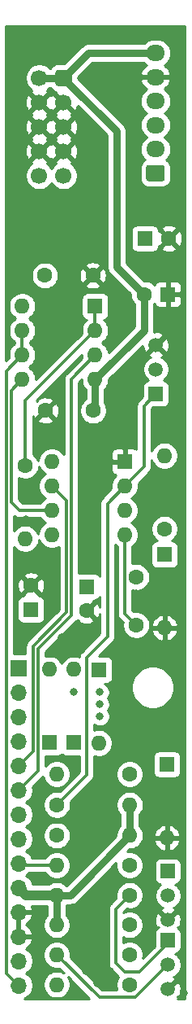
<source format=gbr>
%TF.GenerationSoftware,KiCad,Pcbnew,5.1.9+dfsg1-1~bpo10+1*%
%TF.CreationDate,2022-02-02T01:18:29+08:00*%
%TF.ProjectId,MiniADSR 1.0.1 - Main,4d696e69-4144-4535-9220-312e302e3120,rev?*%
%TF.SameCoordinates,Original*%
%TF.FileFunction,Copper,L1,Top*%
%TF.FilePolarity,Positive*%
%FSLAX46Y46*%
G04 Gerber Fmt 4.6, Leading zero omitted, Abs format (unit mm)*
G04 Created by KiCad (PCBNEW 5.1.9+dfsg1-1~bpo10+1) date 2022-02-02 01:18:29*
%MOMM*%
%LPD*%
G01*
G04 APERTURE LIST*
%TA.AperFunction,ComponentPad*%
%ADD10C,1.600000*%
%TD*%
%TA.AperFunction,ComponentPad*%
%ADD11O,1.600000X1.600000*%
%TD*%
%TA.AperFunction,ComponentPad*%
%ADD12R,1.600000X1.600000*%
%TD*%
%TA.AperFunction,ComponentPad*%
%ADD13R,1.700000X1.700000*%
%TD*%
%TA.AperFunction,ComponentPad*%
%ADD14O,1.700000X1.700000*%
%TD*%
%TA.AperFunction,ComponentPad*%
%ADD15O,1.950000X1.700000*%
%TD*%
%TA.AperFunction,ComponentPad*%
%ADD16C,1.700000*%
%TD*%
%TA.AperFunction,ComponentPad*%
%ADD17C,1.500000*%
%TD*%
%TA.AperFunction,ComponentPad*%
%ADD18R,1.500000X1.500000*%
%TD*%
%TA.AperFunction,ViaPad*%
%ADD19C,0.800000*%
%TD*%
%TA.AperFunction,Conductor*%
%ADD20C,0.300000*%
%TD*%
%TA.AperFunction,Conductor*%
%ADD21C,0.750000*%
%TD*%
%TA.AperFunction,Conductor*%
%ADD22C,1.000000*%
%TD*%
%TA.AperFunction,Conductor*%
%ADD23C,0.254000*%
%TD*%
%TA.AperFunction,Conductor*%
%ADD24C,0.100000*%
%TD*%
G04 APERTURE END LIST*
D10*
%TO.P,R7,1*%
%TO.N,Net-(C1-Pad2)*%
X148600000Y-141000000D03*
D11*
%TO.P,R7,2*%
%TO.N,B11*%
X140980000Y-141000000D03*
%TD*%
D10*
%TO.P,C1,1*%
%TO.N,Net-(C1-Pad1)*%
X149300000Y-111000000D03*
%TO.P,C1,2*%
%TO.N,Net-(C1-Pad2)*%
X149300000Y-116000000D03*
%TD*%
D11*
%TO.P,D1,2*%
%TO.N,GND2*%
X152500000Y-138120000D03*
D12*
%TO.P,D1,1*%
%TO.N,Net-(D1-Pad1)*%
X152500000Y-130500000D03*
%TD*%
D10*
%TO.P,R5,1*%
%TO.N,Net-(C1-Pad1)*%
X152250000Y-106000000D03*
D11*
%TO.P,R5,2*%
%TO.N,Net-(Q3-Pad2)*%
X152250000Y-98380000D03*
%TD*%
D12*
%TO.P,D2,1*%
%TO.N,Net-(C1-Pad1)*%
X152250000Y-108675000D03*
D11*
%TO.P,D2,2*%
%TO.N,GND2*%
X152250000Y-116295000D03*
%TD*%
D12*
%TO.P,U1,1*%
%TO.N,GND2*%
X148100000Y-99000000D03*
D11*
%TO.P,U1,5*%
%TO.N,Net-(C2-Pad1)*%
X140480000Y-106620000D03*
%TO.P,U1,2*%
%TO.N,Net-(Q3-Pad1)*%
X148100000Y-101540000D03*
%TO.P,U1,6*%
%TO.N,Net-(C3-Pad1)*%
X140480000Y-104080000D03*
%TO.P,U1,3*%
%TO.N,Net-(R8-Pad1)*%
X148100000Y-104080000D03*
%TO.P,U1,7*%
%TO.N,B7*%
X140480000Y-101540000D03*
%TO.P,U1,4*%
%TO.N,Net-(C1-Pad2)*%
X148100000Y-106620000D03*
%TO.P,U1,8*%
%TO.N,+12V*%
X140480000Y-99000000D03*
%TD*%
D10*
%TO.P,C2,2*%
%TO.N,GND2*%
X144100000Y-114500000D03*
D12*
%TO.P,C2,1*%
%TO.N,Net-(C2-Pad1)*%
X144100000Y-112000000D03*
%TD*%
D13*
%TO.P,J6,1*%
%TO.N,B3*%
X137000000Y-120470000D03*
D14*
%TO.P,J6,2*%
%TO.N,B4*%
X137000000Y-123010000D03*
%TO.P,J6,3*%
%TO.N,B5*%
X137000000Y-125550000D03*
%TO.P,J6,4*%
%TO.N,B6*%
X137000000Y-128090000D03*
%TO.P,J6,5*%
%TO.N,B7*%
X137000000Y-130630000D03*
%TO.P,J6,6*%
%TO.N,B8*%
X137000000Y-133170000D03*
%TO.P,J6,7*%
%TO.N,B9*%
X137000000Y-135710000D03*
%TO.P,J6,8*%
%TO.N,B10*%
X137000000Y-138250000D03*
%TO.P,J6,9*%
%TO.N,B11*%
X137000000Y-140790000D03*
%TO.P,J6,10*%
%TO.N,+12V*%
X137000000Y-143330000D03*
%TO.P,J6,11*%
%TO.N,GND2*%
X137000000Y-145870000D03*
%TO.P,J6,12*%
X137000000Y-148410000D03*
%TO.P,J6,13*%
%TO.N,B1*%
X137000000Y-150950000D03*
%TO.P,J6,14*%
%TO.N,B2*%
X137000000Y-153490000D03*
%TD*%
D10*
%TO.P,R3,1*%
%TO.N,Net-(Q1-Pad1)*%
X148600000Y-150300000D03*
D11*
%TO.P,R3,2*%
%TO.N,Net-(Q2-Pad2)*%
X140980000Y-150300000D03*
%TD*%
D10*
%TO.P,R1,1*%
%TO.N,Net-(D1-Pad1)*%
X148600000Y-153400000D03*
D11*
%TO.P,R1,2*%
%TO.N,B1*%
X140980000Y-153400000D03*
%TD*%
%TO.P,R9,2*%
%TO.N,+12V*%
X148620000Y-137900000D03*
D10*
%TO.P,R9,1*%
%TO.N,B9*%
X141000000Y-137900000D03*
%TD*%
D11*
%TO.P,R10,2*%
%TO.N,B6*%
X137700000Y-107020000D03*
D10*
%TO.P,R10,1*%
%TO.N,Net-(R10-Pad1)*%
X137700000Y-99400000D03*
%TD*%
%TO.P,R8,1*%
%TO.N,Net-(R8-Pad1)*%
X148600000Y-131500000D03*
D11*
%TO.P,R8,2*%
%TO.N,B4*%
X140980000Y-131500000D03*
%TD*%
%TO.P,R6,2*%
%TO.N,+12V*%
X148620000Y-134700000D03*
D10*
%TO.P,R6,1*%
%TO.N,Net-(Q3-Pad1)*%
X141000000Y-134700000D03*
%TD*%
D11*
%TO.P,R4,2*%
%TO.N,+12V*%
X140980000Y-144100000D03*
D10*
%TO.P,R4,1*%
%TO.N,Net-(C1-Pad2)*%
X148600000Y-144100000D03*
%TD*%
D11*
%TO.P,R2,2*%
%TO.N,+12V*%
X140980000Y-147200000D03*
D10*
%TO.P,R2,1*%
%TO.N,Net-(Q1-Pad1)*%
X148600000Y-147200000D03*
%TD*%
D12*
%TO.P,C3,1*%
%TO.N,Net-(C3-Pad1)*%
X138300000Y-114400000D03*
D10*
%TO.P,C3,2*%
%TO.N,GND2*%
X138300000Y-111900000D03*
%TD*%
%TO.P,C4,2*%
%TO.N,GND2*%
X152700000Y-75800000D03*
D12*
%TO.P,C4,1*%
%TO.N,+12V*%
X150200000Y-75800000D03*
%TD*%
%TO.P,C5,1*%
%TO.N,GND2*%
X152600000Y-81600000D03*
D10*
%TO.P,C5,2*%
%TO.N,-12V*%
X150100000Y-81600000D03*
%TD*%
%TO.P,C6,2*%
%TO.N,GND2*%
X144750000Y-79650000D03*
%TO.P,C6,1*%
%TO.N,+12V*%
X139750000Y-79650000D03*
%TD*%
%TO.P,C7,1*%
%TO.N,GND2*%
X139800000Y-93700000D03*
%TO.P,C7,2*%
%TO.N,-12V*%
X144800000Y-93700000D03*
%TD*%
D11*
%TO.P,D3,2*%
%TO.N,Net-(C3-Pad1)*%
X142800000Y-120630000D03*
D12*
%TO.P,D3,1*%
%TO.N,B10*%
X142800000Y-128250000D03*
%TD*%
%TO.P,D4,1*%
%TO.N,Net-(C3-Pad1)*%
X145400000Y-120650000D03*
D11*
%TO.P,D4,2*%
%TO.N,B3*%
X145400000Y-128270000D03*
%TD*%
D12*
%TO.P,D5,1*%
%TO.N,B5*%
X140200000Y-128250000D03*
D11*
%TO.P,D5,2*%
%TO.N,Net-(C3-Pad1)*%
X140200000Y-120630000D03*
%TD*%
%TO.P,J3,1*%
%TO.N,N/C*%
%TA.AperFunction,ComponentPad*%
G36*
G01*
X152025000Y-69850000D02*
X150575000Y-69850000D01*
G75*
G02*
X150325000Y-69600000I0J250000D01*
G01*
X150325000Y-68400000D01*
G75*
G02*
X150575000Y-68150000I250000J0D01*
G01*
X152025000Y-68150000D01*
G75*
G02*
X152275000Y-68400000I0J-250000D01*
G01*
X152275000Y-69600000D01*
G75*
G02*
X152025000Y-69850000I-250000J0D01*
G01*
G37*
%TD.AperFunction*%
D15*
%TO.P,J3,2*%
X151300000Y-66500000D03*
%TO.P,J3,3*%
X151300000Y-64000000D03*
%TO.P,J3,4*%
%TO.N,+12V*%
X151300000Y-61500000D03*
%TO.P,J3,5*%
%TO.N,GND2*%
X151300000Y-59000000D03*
%TO.P,J3,6*%
%TO.N,-12V*%
X151300000Y-56500000D03*
%TD*%
%TO.P,J5,1*%
%TO.N,-12V*%
%TA.AperFunction,ComponentPad*%
G36*
G01*
X142550000Y-58500000D02*
X142550000Y-59700000D01*
G75*
G02*
X142300000Y-59950000I-250000J0D01*
G01*
X141100000Y-59950000D01*
G75*
G02*
X140850000Y-59700000I0J250000D01*
G01*
X140850000Y-58500000D01*
G75*
G02*
X141100000Y-58250000I250000J0D01*
G01*
X142300000Y-58250000D01*
G75*
G02*
X142550000Y-58500000I0J-250000D01*
G01*
G37*
%TD.AperFunction*%
D16*
%TO.P,J5,3*%
%TO.N,GND2*%
X141700000Y-61640000D03*
%TO.P,J5,5*%
X141700000Y-64180000D03*
%TO.P,J5,7*%
X141700000Y-66720000D03*
%TO.P,J5,9*%
%TO.N,+12V*%
X141700000Y-69260000D03*
%TO.P,J5,2*%
%TO.N,-12V*%
X139160000Y-59100000D03*
%TO.P,J5,4*%
%TO.N,GND2*%
X139160000Y-61640000D03*
%TO.P,J5,6*%
X139160000Y-64180000D03*
%TO.P,J5,8*%
X139160000Y-66720000D03*
%TO.P,J5,10*%
%TO.N,+12V*%
X139160000Y-69260000D03*
%TD*%
D11*
%TO.P,U2,8*%
%TO.N,+12V*%
X137380000Y-82850000D03*
%TO.P,U2,4*%
%TO.N,-12V*%
X145000000Y-90470000D03*
%TO.P,U2,7*%
%TO.N,B2*%
X137380000Y-85390000D03*
%TO.P,U2,3*%
%TO.N,B8*%
X145000000Y-87930000D03*
%TO.P,U2,6*%
%TO.N,B2*%
X137380000Y-87930000D03*
%TO.P,U2,2*%
%TO.N,Net-(R10-Pad1)*%
X145000000Y-85390000D03*
%TO.P,U2,5*%
%TO.N,Net-(C3-Pad1)*%
X137380000Y-90470000D03*
D12*
%TO.P,U2,1*%
%TO.N,Net-(R10-Pad1)*%
X145000000Y-82850000D03*
%TD*%
D17*
%TO.P,Q1,2*%
%TO.N,Net-(D1-Pad1)*%
X152600000Y-144140000D03*
%TO.P,Q1,3*%
%TO.N,GND2*%
X152600000Y-146680000D03*
D18*
%TO.P,Q1,1*%
%TO.N,Net-(Q1-Pad1)*%
X152600000Y-141600000D03*
%TD*%
%TO.P,Q2,1*%
%TO.N,Net-(C1-Pad2)*%
X152600000Y-148800000D03*
D17*
%TO.P,Q2,3*%
%TO.N,GND2*%
X152600000Y-153880000D03*
%TO.P,Q2,2*%
%TO.N,Net-(Q2-Pad2)*%
X152600000Y-151340000D03*
%TD*%
%TO.P,Q3,2*%
%TO.N,Net-(Q3-Pad2)*%
X151350000Y-89410000D03*
%TO.P,Q3,3*%
%TO.N,GND2*%
X151350000Y-86870000D03*
D18*
%TO.P,Q3,1*%
%TO.N,Net-(Q3-Pad1)*%
X151350000Y-91950000D03*
%TD*%
D19*
%TO.N,*%
X145500000Y-123000000D03*
X145500000Y-124250000D03*
X145500000Y-125500000D03*
X142750000Y-123000000D03*
%TO.N,GND2*%
X154250000Y-154250000D03*
X150300000Y-148600000D03*
X144000000Y-117250000D03*
X142750000Y-117250000D03*
X141500000Y-117250000D03*
X137000000Y-116500000D03*
X137000000Y-117500000D03*
X137000000Y-118500000D03*
X144250000Y-108750000D03*
X142750000Y-116250000D03*
X142750000Y-118250000D03*
X141500000Y-118250000D03*
X140750000Y-114250000D03*
X140750000Y-113000000D03*
X140750000Y-111750000D03*
X145000000Y-116500000D03*
X152250000Y-113500000D03*
X152250000Y-112500000D03*
X152250000Y-111500000D03*
X149250000Y-112750000D03*
X149250000Y-114000000D03*
X145750000Y-99000000D03*
X145750000Y-100250000D03*
X145750000Y-101500000D03*
X144250000Y-100250000D03*
X144250000Y-99000000D03*
X144250000Y-105750000D03*
X144250000Y-107250000D03*
X140750000Y-110500000D03*
X140750000Y-109250000D03*
X145250000Y-131500000D03*
X145250000Y-132750000D03*
X145250000Y-134000000D03*
X145250000Y-135250000D03*
X145250000Y-136500000D03*
X145250000Y-137750000D03*
X144000000Y-137750000D03*
X144000000Y-136500000D03*
X144000000Y-135250000D03*
X144000000Y-134000000D03*
X144000000Y-145500000D03*
X144000000Y-146750000D03*
X144000000Y-148000000D03*
X144000000Y-149500000D03*
X144000000Y-150750000D03*
X144000000Y-152000000D03*
X145250000Y-152000000D03*
X145250000Y-150750000D03*
X145250000Y-149500000D03*
X145250000Y-148000000D03*
X145250000Y-146750000D03*
X145250000Y-145500000D03*
X145250000Y-153250000D03*
X146500000Y-153250000D03*
X146500000Y-152000000D03*
X137750000Y-101250000D03*
X137750000Y-102500000D03*
X137750000Y-105000000D03*
%TD*%
D20*
%TO.N,Net-(C1-Pad2)*%
X147150000Y-151150000D02*
X147150000Y-145550000D01*
X148100000Y-152100000D02*
X147150000Y-151150000D01*
X147150000Y-145550000D02*
X148600000Y-144100000D01*
X149650000Y-152100000D02*
X148100000Y-152100000D01*
X152600000Y-148800000D02*
X152600000Y-149150000D01*
X152600000Y-149150000D02*
X149650000Y-152100000D01*
X148100000Y-114800000D02*
X149300000Y-116000000D01*
X148100000Y-106620000D02*
X148100000Y-114800000D01*
%TO.N,Net-(C3-Pad1)*%
X136250000Y-91600000D02*
X137380000Y-90470000D01*
X136250000Y-103250000D02*
X136250000Y-91600000D01*
X140480000Y-104080000D02*
X137080000Y-104080000D01*
X137080000Y-104080000D02*
X136250000Y-103250000D01*
D21*
%TO.N,+12V*%
X140980000Y-144100000D02*
X140980000Y-147200000D01*
X148620000Y-134700000D02*
X148620000Y-137900000D01*
D22*
X137770000Y-144100000D02*
X137000000Y-143330000D01*
X140980000Y-144100000D02*
X137770000Y-144100000D01*
D21*
X142420000Y-144100000D02*
X148620000Y-137900000D01*
X140980000Y-144100000D02*
X142420000Y-144100000D01*
%TO.N,-12V*%
X150100000Y-85370000D02*
X145000000Y-90470000D01*
X150100000Y-81600000D02*
X150100000Y-85370000D01*
X145000000Y-93500000D02*
X144800000Y-93700000D01*
X145000000Y-90470000D02*
X145000000Y-93500000D01*
X144300000Y-56500000D02*
X141700000Y-59100000D01*
X151300000Y-56500000D02*
X144300000Y-56500000D01*
X141700000Y-59100000D02*
X139160000Y-59100000D01*
X141700000Y-59100000D02*
X147250000Y-64650000D01*
X147250000Y-78750000D02*
X150100000Y-81600000D01*
X147250000Y-64650000D02*
X147250000Y-78750000D01*
D20*
%TO.N,Net-(Q2-Pad2)*%
X149190000Y-154750000D02*
X152600000Y-151340000D01*
X140980000Y-150300000D02*
X145430000Y-154750000D01*
X145430000Y-154750000D02*
X149190000Y-154750000D01*
%TO.N,Net-(Q3-Pad1)*%
X144100000Y-131600000D02*
X141000000Y-134700000D01*
X144100000Y-119400000D02*
X144100000Y-131600000D01*
X146274990Y-117225010D02*
X144100000Y-119400000D01*
X148100000Y-101540000D02*
X146274990Y-103365010D01*
X146274990Y-103365010D02*
X146274990Y-117225010D01*
X150100000Y-99540000D02*
X148100000Y-101540000D01*
X151350000Y-91950000D02*
X150100000Y-93200000D01*
X150100000Y-93200000D02*
X150100000Y-99540000D01*
%TO.N,Net-(R10-Pad1)*%
X137700000Y-92690000D02*
X137700000Y-99400000D01*
X145000000Y-85390000D02*
X137700000Y-92690000D01*
X145000000Y-82850000D02*
X145000000Y-85390000D01*
%TO.N,B2*%
X137380000Y-85390000D02*
X137380000Y-87930000D01*
X137000000Y-153490000D02*
X135749989Y-152239989D01*
X135749989Y-152239989D02*
X135749989Y-89560011D01*
X135749989Y-89560011D02*
X137380000Y-87930000D01*
%TO.N,B7*%
X142000000Y-103060000D02*
X140480000Y-101540000D01*
X138499992Y-118200008D02*
X142000000Y-114700000D01*
X142000000Y-114700000D02*
X142000000Y-103060000D01*
X137000000Y-130630000D02*
X138499992Y-129130008D01*
X138499992Y-129130008D02*
X138499992Y-118200008D01*
%TO.N,B8*%
X142500000Y-90430000D02*
X145000000Y-87930000D01*
X142500000Y-115000000D02*
X142500000Y-90430000D01*
X139000000Y-118500000D02*
X142500000Y-115000000D01*
X137000000Y-133170000D02*
X139000000Y-131170000D01*
X139000000Y-131170000D02*
X139000000Y-118500000D01*
%TO.N,B11*%
X137210000Y-141000000D02*
X137000000Y-140790000D01*
X140980000Y-141000000D02*
X137210000Y-141000000D01*
%TD*%
D23*
%TO.N,GND2*%
X154340001Y-154840000D02*
X153607294Y-154840000D01*
X153673451Y-154773843D01*
X153556995Y-154657387D01*
X153795860Y-154591863D01*
X153911760Y-154344884D01*
X153977250Y-154080040D01*
X153989812Y-153807508D01*
X153948965Y-153537762D01*
X153856277Y-153281168D01*
X153795860Y-153168137D01*
X153556993Y-153102612D01*
X152779605Y-153880000D01*
X152793748Y-153894143D01*
X152614143Y-154073748D01*
X152600000Y-154059605D01*
X152585858Y-154073748D01*
X152406253Y-153894143D01*
X152420395Y-153880000D01*
X152406253Y-153865858D01*
X152585858Y-153686253D01*
X152600000Y-153700395D01*
X153377388Y-152923007D01*
X153311863Y-152684140D01*
X153153523Y-152609836D01*
X153256043Y-152567371D01*
X153482886Y-152415799D01*
X153675799Y-152222886D01*
X153827371Y-151996043D01*
X153931775Y-151743989D01*
X153985000Y-151476411D01*
X153985000Y-151203589D01*
X153931775Y-150936011D01*
X153827371Y-150683957D01*
X153675799Y-150457114D01*
X153482886Y-150264201D01*
X153366517Y-150186445D01*
X153474482Y-150175812D01*
X153594180Y-150139502D01*
X153704494Y-150080537D01*
X153801185Y-150001185D01*
X153880537Y-149904494D01*
X153939502Y-149794180D01*
X153975812Y-149674482D01*
X153988072Y-149550000D01*
X153988072Y-148050000D01*
X153975812Y-147925518D01*
X153939502Y-147805820D01*
X153880537Y-147695506D01*
X153801185Y-147598815D01*
X153704494Y-147519463D01*
X153594180Y-147460498D01*
X153571137Y-147453508D01*
X153795860Y-147391863D01*
X153911760Y-147144884D01*
X153977250Y-146880040D01*
X153989812Y-146607508D01*
X153948965Y-146337762D01*
X153856277Y-146081168D01*
X153795860Y-145968137D01*
X153556993Y-145902612D01*
X152779605Y-146680000D01*
X152793748Y-146694143D01*
X152614143Y-146873748D01*
X152600000Y-146859605D01*
X152585858Y-146873748D01*
X152406253Y-146694143D01*
X152420395Y-146680000D01*
X151643007Y-145902612D01*
X151404140Y-145968137D01*
X151288240Y-146215116D01*
X151222750Y-146479960D01*
X151210188Y-146752492D01*
X151251035Y-147022238D01*
X151343723Y-147278832D01*
X151404140Y-147391863D01*
X151628863Y-147453508D01*
X151605820Y-147460498D01*
X151495506Y-147519463D01*
X151398815Y-147598815D01*
X151319463Y-147695506D01*
X151260498Y-147805820D01*
X151224188Y-147925518D01*
X151211928Y-148050000D01*
X151211928Y-149427914D01*
X149994400Y-150645443D01*
X150035000Y-150441335D01*
X150035000Y-150158665D01*
X149979853Y-149881426D01*
X149871680Y-149620273D01*
X149714637Y-149385241D01*
X149514759Y-149185363D01*
X149279727Y-149028320D01*
X149018574Y-148920147D01*
X148741335Y-148865000D01*
X148458665Y-148865000D01*
X148181426Y-148920147D01*
X147935000Y-149022220D01*
X147935000Y-148477780D01*
X148181426Y-148579853D01*
X148458665Y-148635000D01*
X148741335Y-148635000D01*
X149018574Y-148579853D01*
X149279727Y-148471680D01*
X149514759Y-148314637D01*
X149714637Y-148114759D01*
X149871680Y-147879727D01*
X149979853Y-147618574D01*
X150035000Y-147341335D01*
X150035000Y-147058665D01*
X149979853Y-146781426D01*
X149871680Y-146520273D01*
X149714637Y-146285241D01*
X149514759Y-146085363D01*
X149279727Y-145928320D01*
X149018574Y-145820147D01*
X148741335Y-145765000D01*
X148458665Y-145765000D01*
X148181426Y-145820147D01*
X147935000Y-145922220D01*
X147935000Y-145875157D01*
X148305603Y-145504554D01*
X148458665Y-145535000D01*
X148741335Y-145535000D01*
X149018574Y-145479853D01*
X149279727Y-145371680D01*
X149514759Y-145214637D01*
X149714637Y-145014759D01*
X149871680Y-144779727D01*
X149979853Y-144518574D01*
X150035000Y-144241335D01*
X150035000Y-143958665D01*
X149979853Y-143681426D01*
X149871680Y-143420273D01*
X149714637Y-143185241D01*
X149514759Y-142985363D01*
X149279727Y-142828320D01*
X149018574Y-142720147D01*
X148741335Y-142665000D01*
X148458665Y-142665000D01*
X148181426Y-142720147D01*
X147920273Y-142828320D01*
X147685241Y-142985363D01*
X147485363Y-143185241D01*
X147328320Y-143420273D01*
X147220147Y-143681426D01*
X147165000Y-143958665D01*
X147165000Y-144241335D01*
X147195446Y-144394397D01*
X146622185Y-144967658D01*
X146592237Y-144992236D01*
X146567659Y-145022184D01*
X146567655Y-145022188D01*
X146554981Y-145037632D01*
X146494139Y-145111767D01*
X146455177Y-145184660D01*
X146421246Y-145248141D01*
X146376359Y-145396114D01*
X146361203Y-145550000D01*
X146365001Y-145588563D01*
X146365000Y-151111447D01*
X146361203Y-151150000D01*
X146365000Y-151188553D01*
X146365000Y-151188560D01*
X146376359Y-151303886D01*
X146421246Y-151451859D01*
X146494138Y-151588232D01*
X146592236Y-151707764D01*
X146622190Y-151732347D01*
X147441191Y-152551348D01*
X147328320Y-152720273D01*
X147220147Y-152981426D01*
X147165000Y-153258665D01*
X147165000Y-153541335D01*
X147220147Y-153818574D01*
X147280799Y-153965000D01*
X145755158Y-153965000D01*
X142384554Y-150594397D01*
X142415000Y-150441335D01*
X142415000Y-150158665D01*
X142359853Y-149881426D01*
X142251680Y-149620273D01*
X142094637Y-149385241D01*
X141894759Y-149185363D01*
X141659727Y-149028320D01*
X141398574Y-148920147D01*
X141121335Y-148865000D01*
X140838665Y-148865000D01*
X140561426Y-148920147D01*
X140300273Y-149028320D01*
X140065241Y-149185363D01*
X139865363Y-149385241D01*
X139708320Y-149620273D01*
X139600147Y-149881426D01*
X139545000Y-150158665D01*
X139545000Y-150441335D01*
X139600147Y-150718574D01*
X139708320Y-150979727D01*
X139865363Y-151214759D01*
X140065241Y-151414637D01*
X140300273Y-151571680D01*
X140561426Y-151679853D01*
X140838665Y-151735000D01*
X141121335Y-151735000D01*
X141274397Y-151704554D01*
X141775559Y-152205716D01*
X141659727Y-152128320D01*
X141398574Y-152020147D01*
X141121335Y-151965000D01*
X140838665Y-151965000D01*
X140561426Y-152020147D01*
X140300273Y-152128320D01*
X140065241Y-152285363D01*
X139865363Y-152485241D01*
X139708320Y-152720273D01*
X139600147Y-152981426D01*
X139545000Y-153258665D01*
X139545000Y-153541335D01*
X139600147Y-153818574D01*
X139708320Y-154079727D01*
X139865363Y-154314759D01*
X140065241Y-154514637D01*
X140300273Y-154671680D01*
X140561426Y-154779853D01*
X140838665Y-154835000D01*
X141121335Y-154835000D01*
X141398574Y-154779853D01*
X141659727Y-154671680D01*
X141894759Y-154514637D01*
X142094637Y-154314759D01*
X142251680Y-154079727D01*
X142359853Y-153818574D01*
X142415000Y-153541335D01*
X142415000Y-153258665D01*
X142359853Y-152981426D01*
X142251680Y-152720273D01*
X142174284Y-152604441D01*
X144409842Y-154840000D01*
X137621303Y-154840000D01*
X137703411Y-154805990D01*
X137946632Y-154643475D01*
X138153475Y-154436632D01*
X138315990Y-154193411D01*
X138427932Y-153923158D01*
X138485000Y-153636260D01*
X138485000Y-153343740D01*
X138427932Y-153056842D01*
X138315990Y-152786589D01*
X138153475Y-152543368D01*
X137946632Y-152336525D01*
X137772240Y-152220000D01*
X137946632Y-152103475D01*
X138153475Y-151896632D01*
X138315990Y-151653411D01*
X138427932Y-151383158D01*
X138485000Y-151096260D01*
X138485000Y-150803740D01*
X138427932Y-150516842D01*
X138315990Y-150246589D01*
X138153475Y-150003368D01*
X137946632Y-149796525D01*
X137764466Y-149674805D01*
X137881355Y-149605178D01*
X138097588Y-149410269D01*
X138271641Y-149176920D01*
X138396825Y-148914099D01*
X138441476Y-148766890D01*
X138320155Y-148537000D01*
X137127000Y-148537000D01*
X137127000Y-148557000D01*
X136873000Y-148557000D01*
X136873000Y-148537000D01*
X136853000Y-148537000D01*
X136853000Y-148283000D01*
X136873000Y-148283000D01*
X136873000Y-145997000D01*
X137127000Y-145997000D01*
X137127000Y-148283000D01*
X138320155Y-148283000D01*
X138441476Y-148053110D01*
X138396825Y-147905901D01*
X138271641Y-147643080D01*
X138097588Y-147409731D01*
X137881355Y-147214822D01*
X137755745Y-147140000D01*
X137881355Y-147065178D01*
X138097588Y-146870269D01*
X138271641Y-146636920D01*
X138396825Y-146374099D01*
X138441476Y-146226890D01*
X138320155Y-145997000D01*
X137127000Y-145997000D01*
X136873000Y-145997000D01*
X136853000Y-145997000D01*
X136853000Y-145743000D01*
X136873000Y-145743000D01*
X136873000Y-145723000D01*
X137127000Y-145723000D01*
X137127000Y-145743000D01*
X138320155Y-145743000D01*
X138441476Y-145513110D01*
X138396825Y-145365901D01*
X138334476Y-145235000D01*
X139970000Y-145235000D01*
X139970001Y-146180603D01*
X139865363Y-146285241D01*
X139708320Y-146520273D01*
X139600147Y-146781426D01*
X139545000Y-147058665D01*
X139545000Y-147341335D01*
X139600147Y-147618574D01*
X139708320Y-147879727D01*
X139865363Y-148114759D01*
X140065241Y-148314637D01*
X140300273Y-148471680D01*
X140561426Y-148579853D01*
X140838665Y-148635000D01*
X141121335Y-148635000D01*
X141398574Y-148579853D01*
X141659727Y-148471680D01*
X141894759Y-148314637D01*
X142094637Y-148114759D01*
X142251680Y-147879727D01*
X142359853Y-147618574D01*
X142415000Y-147341335D01*
X142415000Y-147058665D01*
X142359853Y-146781426D01*
X142251680Y-146520273D01*
X142094637Y-146285241D01*
X141990000Y-146180604D01*
X141990000Y-145119396D01*
X141999396Y-145110000D01*
X142370392Y-145110000D01*
X142420000Y-145114886D01*
X142617994Y-145095385D01*
X142808380Y-145037632D01*
X142983840Y-144943847D01*
X143137633Y-144817633D01*
X143169261Y-144779094D01*
X147183700Y-140764655D01*
X147165000Y-140858665D01*
X147165000Y-141141335D01*
X147220147Y-141418574D01*
X147328320Y-141679727D01*
X147485363Y-141914759D01*
X147685241Y-142114637D01*
X147920273Y-142271680D01*
X148181426Y-142379853D01*
X148458665Y-142435000D01*
X148741335Y-142435000D01*
X149018574Y-142379853D01*
X149279727Y-142271680D01*
X149514759Y-142114637D01*
X149714637Y-141914759D01*
X149871680Y-141679727D01*
X149979853Y-141418574D01*
X150035000Y-141141335D01*
X150035000Y-140858665D01*
X150033277Y-140850000D01*
X151211928Y-140850000D01*
X151211928Y-142350000D01*
X151224188Y-142474482D01*
X151260498Y-142594180D01*
X151319463Y-142704494D01*
X151398815Y-142801185D01*
X151495506Y-142880537D01*
X151605820Y-142939502D01*
X151725518Y-142975812D01*
X151833483Y-142986445D01*
X151717114Y-143064201D01*
X151524201Y-143257114D01*
X151372629Y-143483957D01*
X151268225Y-143736011D01*
X151215000Y-144003589D01*
X151215000Y-144276411D01*
X151268225Y-144543989D01*
X151372629Y-144796043D01*
X151524201Y-145022886D01*
X151717114Y-145215799D01*
X151943957Y-145367371D01*
X152043279Y-145408511D01*
X152001168Y-145423723D01*
X151888137Y-145484140D01*
X151822612Y-145723007D01*
X152600000Y-146500395D01*
X153377388Y-145723007D01*
X153311863Y-145484140D01*
X153153523Y-145409836D01*
X153256043Y-145367371D01*
X153482886Y-145215799D01*
X153675799Y-145022886D01*
X153827371Y-144796043D01*
X153931775Y-144543989D01*
X153985000Y-144276411D01*
X153985000Y-144003589D01*
X153931775Y-143736011D01*
X153827371Y-143483957D01*
X153675799Y-143257114D01*
X153482886Y-143064201D01*
X153366517Y-142986445D01*
X153474482Y-142975812D01*
X153594180Y-142939502D01*
X153704494Y-142880537D01*
X153801185Y-142801185D01*
X153880537Y-142704494D01*
X153939502Y-142594180D01*
X153975812Y-142474482D01*
X153988072Y-142350000D01*
X153988072Y-140850000D01*
X153975812Y-140725518D01*
X153939502Y-140605820D01*
X153880537Y-140495506D01*
X153801185Y-140398815D01*
X153704494Y-140319463D01*
X153594180Y-140260498D01*
X153474482Y-140224188D01*
X153350000Y-140211928D01*
X151850000Y-140211928D01*
X151725518Y-140224188D01*
X151605820Y-140260498D01*
X151495506Y-140319463D01*
X151398815Y-140398815D01*
X151319463Y-140495506D01*
X151260498Y-140605820D01*
X151224188Y-140725518D01*
X151211928Y-140850000D01*
X150033277Y-140850000D01*
X149979853Y-140581426D01*
X149871680Y-140320273D01*
X149714637Y-140085241D01*
X149514759Y-139885363D01*
X149279727Y-139728320D01*
X149018574Y-139620147D01*
X148741335Y-139565000D01*
X148458665Y-139565000D01*
X148364655Y-139583700D01*
X148613355Y-139335000D01*
X148761335Y-139335000D01*
X149038574Y-139279853D01*
X149299727Y-139171680D01*
X149534759Y-139014637D01*
X149734637Y-138814759D01*
X149891680Y-138579727D01*
X149937528Y-138469040D01*
X151108091Y-138469040D01*
X151202930Y-138733881D01*
X151347615Y-138975131D01*
X151536586Y-139183519D01*
X151762580Y-139351037D01*
X152016913Y-139471246D01*
X152150961Y-139511904D01*
X152373000Y-139389915D01*
X152373000Y-138247000D01*
X152627000Y-138247000D01*
X152627000Y-139389915D01*
X152849039Y-139511904D01*
X152983087Y-139471246D01*
X153237420Y-139351037D01*
X153463414Y-139183519D01*
X153652385Y-138975131D01*
X153797070Y-138733881D01*
X153891909Y-138469040D01*
X153770624Y-138247000D01*
X152627000Y-138247000D01*
X152373000Y-138247000D01*
X151229376Y-138247000D01*
X151108091Y-138469040D01*
X149937528Y-138469040D01*
X149999853Y-138318574D01*
X150055000Y-138041335D01*
X150055000Y-137770960D01*
X151108091Y-137770960D01*
X151229376Y-137993000D01*
X152373000Y-137993000D01*
X152373000Y-136850085D01*
X152627000Y-136850085D01*
X152627000Y-137993000D01*
X153770624Y-137993000D01*
X153891909Y-137770960D01*
X153797070Y-137506119D01*
X153652385Y-137264869D01*
X153463414Y-137056481D01*
X153237420Y-136888963D01*
X152983087Y-136768754D01*
X152849039Y-136728096D01*
X152627000Y-136850085D01*
X152373000Y-136850085D01*
X152150961Y-136728096D01*
X152016913Y-136768754D01*
X151762580Y-136888963D01*
X151536586Y-137056481D01*
X151347615Y-137264869D01*
X151202930Y-137506119D01*
X151108091Y-137770960D01*
X150055000Y-137770960D01*
X150055000Y-137758665D01*
X149999853Y-137481426D01*
X149891680Y-137220273D01*
X149734637Y-136985241D01*
X149630000Y-136880604D01*
X149630000Y-135719396D01*
X149734637Y-135614759D01*
X149891680Y-135379727D01*
X149999853Y-135118574D01*
X150055000Y-134841335D01*
X150055000Y-134558665D01*
X149999853Y-134281426D01*
X149891680Y-134020273D01*
X149734637Y-133785241D01*
X149534759Y-133585363D01*
X149299727Y-133428320D01*
X149038574Y-133320147D01*
X148761335Y-133265000D01*
X148478665Y-133265000D01*
X148201426Y-133320147D01*
X147940273Y-133428320D01*
X147705241Y-133585363D01*
X147505363Y-133785241D01*
X147348320Y-134020273D01*
X147240147Y-134281426D01*
X147185000Y-134558665D01*
X147185000Y-134841335D01*
X147240147Y-135118574D01*
X147348320Y-135379727D01*
X147505363Y-135614759D01*
X147610000Y-135719396D01*
X147610001Y-136880603D01*
X147505363Y-136985241D01*
X147348320Y-137220273D01*
X147240147Y-137481426D01*
X147185000Y-137758665D01*
X147185000Y-137906645D01*
X142001645Y-143090000D01*
X141999396Y-143090000D01*
X141894759Y-142985363D01*
X141659727Y-142828320D01*
X141398574Y-142720147D01*
X141121335Y-142665000D01*
X140838665Y-142665000D01*
X140561426Y-142720147D01*
X140300273Y-142828320D01*
X140095716Y-142965000D01*
X138441490Y-142965000D01*
X138427932Y-142896842D01*
X138315990Y-142626589D01*
X138153475Y-142383368D01*
X137946632Y-142176525D01*
X137772240Y-142060000D01*
X137946632Y-141943475D01*
X138105107Y-141785000D01*
X139778661Y-141785000D01*
X139865363Y-141914759D01*
X140065241Y-142114637D01*
X140300273Y-142271680D01*
X140561426Y-142379853D01*
X140838665Y-142435000D01*
X141121335Y-142435000D01*
X141398574Y-142379853D01*
X141659727Y-142271680D01*
X141894759Y-142114637D01*
X142094637Y-141914759D01*
X142251680Y-141679727D01*
X142359853Y-141418574D01*
X142415000Y-141141335D01*
X142415000Y-140858665D01*
X142359853Y-140581426D01*
X142251680Y-140320273D01*
X142094637Y-140085241D01*
X141894759Y-139885363D01*
X141659727Y-139728320D01*
X141398574Y-139620147D01*
X141121335Y-139565000D01*
X140838665Y-139565000D01*
X140561426Y-139620147D01*
X140300273Y-139728320D01*
X140065241Y-139885363D01*
X139865363Y-140085241D01*
X139778661Y-140215000D01*
X138369179Y-140215000D01*
X138315990Y-140086589D01*
X138153475Y-139843368D01*
X137946632Y-139636525D01*
X137772240Y-139520000D01*
X137946632Y-139403475D01*
X138153475Y-139196632D01*
X138315990Y-138953411D01*
X138427932Y-138683158D01*
X138485000Y-138396260D01*
X138485000Y-138103740D01*
X138427932Y-137816842D01*
X138403835Y-137758665D01*
X139565000Y-137758665D01*
X139565000Y-138041335D01*
X139620147Y-138318574D01*
X139728320Y-138579727D01*
X139885363Y-138814759D01*
X140085241Y-139014637D01*
X140320273Y-139171680D01*
X140581426Y-139279853D01*
X140858665Y-139335000D01*
X141141335Y-139335000D01*
X141418574Y-139279853D01*
X141679727Y-139171680D01*
X141914759Y-139014637D01*
X142114637Y-138814759D01*
X142271680Y-138579727D01*
X142379853Y-138318574D01*
X142435000Y-138041335D01*
X142435000Y-137758665D01*
X142379853Y-137481426D01*
X142271680Y-137220273D01*
X142114637Y-136985241D01*
X141914759Y-136785363D01*
X141679727Y-136628320D01*
X141418574Y-136520147D01*
X141141335Y-136465000D01*
X140858665Y-136465000D01*
X140581426Y-136520147D01*
X140320273Y-136628320D01*
X140085241Y-136785363D01*
X139885363Y-136985241D01*
X139728320Y-137220273D01*
X139620147Y-137481426D01*
X139565000Y-137758665D01*
X138403835Y-137758665D01*
X138315990Y-137546589D01*
X138153475Y-137303368D01*
X137946632Y-137096525D01*
X137772240Y-136980000D01*
X137946632Y-136863475D01*
X138153475Y-136656632D01*
X138315990Y-136413411D01*
X138427932Y-136143158D01*
X138485000Y-135856260D01*
X138485000Y-135563740D01*
X138427932Y-135276842D01*
X138315990Y-135006589D01*
X138153475Y-134763368D01*
X137946632Y-134556525D01*
X137772240Y-134440000D01*
X137946632Y-134323475D01*
X138153475Y-134116632D01*
X138315990Y-133873411D01*
X138427932Y-133603158D01*
X138485000Y-133316260D01*
X138485000Y-133023740D01*
X138447075Y-132833082D01*
X139527817Y-131752341D01*
X139557764Y-131727764D01*
X139561328Y-131723421D01*
X139600147Y-131918574D01*
X139708320Y-132179727D01*
X139865363Y-132414759D01*
X140065241Y-132614637D01*
X140300273Y-132771680D01*
X140561426Y-132879853D01*
X140838665Y-132935000D01*
X141121335Y-132935000D01*
X141398574Y-132879853D01*
X141659727Y-132771680D01*
X141894759Y-132614637D01*
X142094637Y-132414759D01*
X142251680Y-132179727D01*
X142359853Y-131918574D01*
X142415000Y-131641335D01*
X142415000Y-131358665D01*
X142359853Y-131081426D01*
X142251680Y-130820273D01*
X142094637Y-130585241D01*
X141894759Y-130385363D01*
X141659727Y-130228320D01*
X141398574Y-130120147D01*
X141121335Y-130065000D01*
X140838665Y-130065000D01*
X140561426Y-130120147D01*
X140300273Y-130228320D01*
X140065241Y-130385363D01*
X139865363Y-130585241D01*
X139785000Y-130705513D01*
X139785000Y-129688072D01*
X141000000Y-129688072D01*
X141124482Y-129675812D01*
X141244180Y-129639502D01*
X141354494Y-129580537D01*
X141451185Y-129501185D01*
X141500000Y-129441704D01*
X141548815Y-129501185D01*
X141645506Y-129580537D01*
X141755820Y-129639502D01*
X141875518Y-129675812D01*
X142000000Y-129688072D01*
X143315001Y-129688072D01*
X143315001Y-131274841D01*
X141294396Y-133295446D01*
X141141335Y-133265000D01*
X140858665Y-133265000D01*
X140581426Y-133320147D01*
X140320273Y-133428320D01*
X140085241Y-133585363D01*
X139885363Y-133785241D01*
X139728320Y-134020273D01*
X139620147Y-134281426D01*
X139565000Y-134558665D01*
X139565000Y-134841335D01*
X139620147Y-135118574D01*
X139728320Y-135379727D01*
X139885363Y-135614759D01*
X140085241Y-135814637D01*
X140320273Y-135971680D01*
X140581426Y-136079853D01*
X140858665Y-136135000D01*
X141141335Y-136135000D01*
X141418574Y-136079853D01*
X141679727Y-135971680D01*
X141914759Y-135814637D01*
X142114637Y-135614759D01*
X142271680Y-135379727D01*
X142379853Y-135118574D01*
X142435000Y-134841335D01*
X142435000Y-134558665D01*
X142404554Y-134405604D01*
X144627816Y-132182342D01*
X144657764Y-132157764D01*
X144755862Y-132038233D01*
X144828754Y-131901860D01*
X144873641Y-131753887D01*
X144885000Y-131638561D01*
X144885000Y-131638554D01*
X144888797Y-131600001D01*
X144885000Y-131561448D01*
X144885000Y-131358665D01*
X147165000Y-131358665D01*
X147165000Y-131641335D01*
X147220147Y-131918574D01*
X147328320Y-132179727D01*
X147485363Y-132414759D01*
X147685241Y-132614637D01*
X147920273Y-132771680D01*
X148181426Y-132879853D01*
X148458665Y-132935000D01*
X148741335Y-132935000D01*
X149018574Y-132879853D01*
X149279727Y-132771680D01*
X149514759Y-132614637D01*
X149714637Y-132414759D01*
X149871680Y-132179727D01*
X149979853Y-131918574D01*
X150035000Y-131641335D01*
X150035000Y-131358665D01*
X149979853Y-131081426D01*
X149871680Y-130820273D01*
X149714637Y-130585241D01*
X149514759Y-130385363D01*
X149279727Y-130228320D01*
X149018574Y-130120147D01*
X148741335Y-130065000D01*
X148458665Y-130065000D01*
X148181426Y-130120147D01*
X147920273Y-130228320D01*
X147685241Y-130385363D01*
X147485363Y-130585241D01*
X147328320Y-130820273D01*
X147220147Y-131081426D01*
X147165000Y-131358665D01*
X144885000Y-131358665D01*
X144885000Y-129609912D01*
X144981426Y-129649853D01*
X145258665Y-129705000D01*
X145541335Y-129705000D01*
X145566471Y-129700000D01*
X151061928Y-129700000D01*
X151061928Y-131300000D01*
X151074188Y-131424482D01*
X151110498Y-131544180D01*
X151169463Y-131654494D01*
X151248815Y-131751185D01*
X151345506Y-131830537D01*
X151455820Y-131889502D01*
X151575518Y-131925812D01*
X151700000Y-131938072D01*
X153300000Y-131938072D01*
X153424482Y-131925812D01*
X153544180Y-131889502D01*
X153654494Y-131830537D01*
X153751185Y-131751185D01*
X153830537Y-131654494D01*
X153889502Y-131544180D01*
X153925812Y-131424482D01*
X153938072Y-131300000D01*
X153938072Y-129700000D01*
X153925812Y-129575518D01*
X153889502Y-129455820D01*
X153830537Y-129345506D01*
X153751185Y-129248815D01*
X153654494Y-129169463D01*
X153544180Y-129110498D01*
X153424482Y-129074188D01*
X153300000Y-129061928D01*
X151700000Y-129061928D01*
X151575518Y-129074188D01*
X151455820Y-129110498D01*
X151345506Y-129169463D01*
X151248815Y-129248815D01*
X151169463Y-129345506D01*
X151110498Y-129455820D01*
X151074188Y-129575518D01*
X151061928Y-129700000D01*
X145566471Y-129700000D01*
X145818574Y-129649853D01*
X146079727Y-129541680D01*
X146314759Y-129384637D01*
X146514637Y-129184759D01*
X146671680Y-128949727D01*
X146779853Y-128688574D01*
X146835000Y-128411335D01*
X146835000Y-128128665D01*
X146779853Y-127851426D01*
X146671680Y-127590273D01*
X146514637Y-127355241D01*
X146314759Y-127155363D01*
X146079727Y-126998320D01*
X145818574Y-126890147D01*
X145541335Y-126835000D01*
X145258665Y-126835000D01*
X144981426Y-126890147D01*
X144885000Y-126930088D01*
X144885000Y-126333854D01*
X145009744Y-126417205D01*
X145198102Y-126495226D01*
X145398061Y-126535000D01*
X145601939Y-126535000D01*
X145801898Y-126495226D01*
X145990256Y-126417205D01*
X146159774Y-126303937D01*
X146303937Y-126159774D01*
X146417205Y-125990256D01*
X146495226Y-125801898D01*
X146535000Y-125601939D01*
X146535000Y-125398061D01*
X146495226Y-125198102D01*
X146417205Y-125009744D01*
X146327172Y-124875000D01*
X146417205Y-124740256D01*
X146495226Y-124551898D01*
X146535000Y-124351939D01*
X146535000Y-124148061D01*
X146495226Y-123948102D01*
X146417205Y-123759744D01*
X146327172Y-123625000D01*
X146417205Y-123490256D01*
X146495226Y-123301898D01*
X146535000Y-123101939D01*
X146535000Y-122898061D01*
X146495226Y-122698102D01*
X146417205Y-122509744D01*
X146303937Y-122340226D01*
X146243583Y-122279872D01*
X148765000Y-122279872D01*
X148765000Y-122720128D01*
X148850890Y-123151925D01*
X149019369Y-123558669D01*
X149263962Y-123924729D01*
X149575271Y-124236038D01*
X149941331Y-124480631D01*
X150348075Y-124649110D01*
X150779872Y-124735000D01*
X151220128Y-124735000D01*
X151651925Y-124649110D01*
X152058669Y-124480631D01*
X152424729Y-124236038D01*
X152736038Y-123924729D01*
X152980631Y-123558669D01*
X153149110Y-123151925D01*
X153235000Y-122720128D01*
X153235000Y-122279872D01*
X153149110Y-121848075D01*
X152980631Y-121441331D01*
X152736038Y-121075271D01*
X152424729Y-120763962D01*
X152058669Y-120519369D01*
X151651925Y-120350890D01*
X151220128Y-120265000D01*
X150779872Y-120265000D01*
X150348075Y-120350890D01*
X149941331Y-120519369D01*
X149575271Y-120763962D01*
X149263962Y-121075271D01*
X149019369Y-121441331D01*
X148850890Y-121848075D01*
X148765000Y-122279872D01*
X146243583Y-122279872D01*
X146159774Y-122196063D01*
X145998154Y-122088072D01*
X146200000Y-122088072D01*
X146324482Y-122075812D01*
X146444180Y-122039502D01*
X146554494Y-121980537D01*
X146651185Y-121901185D01*
X146730537Y-121804494D01*
X146789502Y-121694180D01*
X146825812Y-121574482D01*
X146838072Y-121450000D01*
X146838072Y-119850000D01*
X146825812Y-119725518D01*
X146789502Y-119605820D01*
X146730537Y-119495506D01*
X146651185Y-119398815D01*
X146554494Y-119319463D01*
X146444180Y-119260498D01*
X146324482Y-119224188D01*
X146200000Y-119211928D01*
X145398229Y-119211928D01*
X146802806Y-117807352D01*
X146832754Y-117782774D01*
X146930852Y-117663243D01*
X147003744Y-117526870D01*
X147048631Y-117378897D01*
X147059990Y-117263571D01*
X147059990Y-117263564D01*
X147063787Y-117225011D01*
X147059990Y-117186458D01*
X147059990Y-107609386D01*
X147185241Y-107734637D01*
X147315000Y-107821339D01*
X147315001Y-114761437D01*
X147311203Y-114800000D01*
X147326359Y-114953886D01*
X147371246Y-115101859D01*
X147399055Y-115153886D01*
X147444139Y-115238233D01*
X147446832Y-115241514D01*
X147517655Y-115327812D01*
X147517659Y-115327816D01*
X147542237Y-115357764D01*
X147572185Y-115382342D01*
X147895446Y-115705604D01*
X147865000Y-115858665D01*
X147865000Y-116141335D01*
X147920147Y-116418574D01*
X148028320Y-116679727D01*
X148185363Y-116914759D01*
X148385241Y-117114637D01*
X148620273Y-117271680D01*
X148881426Y-117379853D01*
X149158665Y-117435000D01*
X149441335Y-117435000D01*
X149718574Y-117379853D01*
X149979727Y-117271680D01*
X150214759Y-117114637D01*
X150414637Y-116914759D01*
X150571680Y-116679727D01*
X150586462Y-116644040D01*
X150858091Y-116644040D01*
X150952930Y-116908881D01*
X151097615Y-117150131D01*
X151286586Y-117358519D01*
X151512580Y-117526037D01*
X151766913Y-117646246D01*
X151900961Y-117686904D01*
X152123000Y-117564915D01*
X152123000Y-116422000D01*
X152377000Y-116422000D01*
X152377000Y-117564915D01*
X152599039Y-117686904D01*
X152733087Y-117646246D01*
X152987420Y-117526037D01*
X153213414Y-117358519D01*
X153402385Y-117150131D01*
X153547070Y-116908881D01*
X153641909Y-116644040D01*
X153520624Y-116422000D01*
X152377000Y-116422000D01*
X152123000Y-116422000D01*
X150979376Y-116422000D01*
X150858091Y-116644040D01*
X150586462Y-116644040D01*
X150679853Y-116418574D01*
X150735000Y-116141335D01*
X150735000Y-115945960D01*
X150858091Y-115945960D01*
X150979376Y-116168000D01*
X152123000Y-116168000D01*
X152123000Y-115025085D01*
X152377000Y-115025085D01*
X152377000Y-116168000D01*
X153520624Y-116168000D01*
X153641909Y-115945960D01*
X153547070Y-115681119D01*
X153402385Y-115439869D01*
X153213414Y-115231481D01*
X152987420Y-115063963D01*
X152733087Y-114943754D01*
X152599039Y-114903096D01*
X152377000Y-115025085D01*
X152123000Y-115025085D01*
X151900961Y-114903096D01*
X151766913Y-114943754D01*
X151512580Y-115063963D01*
X151286586Y-115231481D01*
X151097615Y-115439869D01*
X150952930Y-115681119D01*
X150858091Y-115945960D01*
X150735000Y-115945960D01*
X150735000Y-115858665D01*
X150679853Y-115581426D01*
X150571680Y-115320273D01*
X150414637Y-115085241D01*
X150214759Y-114885363D01*
X149979727Y-114728320D01*
X149718574Y-114620147D01*
X149441335Y-114565000D01*
X149158665Y-114565000D01*
X149005604Y-114595446D01*
X148885000Y-114474843D01*
X148885000Y-112380564D01*
X149158665Y-112435000D01*
X149441335Y-112435000D01*
X149718574Y-112379853D01*
X149979727Y-112271680D01*
X150214759Y-112114637D01*
X150414637Y-111914759D01*
X150571680Y-111679727D01*
X150679853Y-111418574D01*
X150735000Y-111141335D01*
X150735000Y-110858665D01*
X150679853Y-110581426D01*
X150571680Y-110320273D01*
X150414637Y-110085241D01*
X150214759Y-109885363D01*
X149979727Y-109728320D01*
X149718574Y-109620147D01*
X149441335Y-109565000D01*
X149158665Y-109565000D01*
X148885000Y-109619436D01*
X148885000Y-107875000D01*
X150811928Y-107875000D01*
X150811928Y-109475000D01*
X150824188Y-109599482D01*
X150860498Y-109719180D01*
X150919463Y-109829494D01*
X150998815Y-109926185D01*
X151095506Y-110005537D01*
X151205820Y-110064502D01*
X151325518Y-110100812D01*
X151450000Y-110113072D01*
X153050000Y-110113072D01*
X153174482Y-110100812D01*
X153294180Y-110064502D01*
X153404494Y-110005537D01*
X153501185Y-109926185D01*
X153580537Y-109829494D01*
X153639502Y-109719180D01*
X153675812Y-109599482D01*
X153688072Y-109475000D01*
X153688072Y-107875000D01*
X153675812Y-107750518D01*
X153639502Y-107630820D01*
X153580537Y-107520506D01*
X153501185Y-107423815D01*
X153404494Y-107344463D01*
X153294180Y-107285498D01*
X153174482Y-107249188D01*
X153050000Y-107236928D01*
X152981737Y-107236928D01*
X153164759Y-107114637D01*
X153364637Y-106914759D01*
X153521680Y-106679727D01*
X153629853Y-106418574D01*
X153685000Y-106141335D01*
X153685000Y-105858665D01*
X153629853Y-105581426D01*
X153521680Y-105320273D01*
X153364637Y-105085241D01*
X153164759Y-104885363D01*
X152929727Y-104728320D01*
X152668574Y-104620147D01*
X152391335Y-104565000D01*
X152108665Y-104565000D01*
X151831426Y-104620147D01*
X151570273Y-104728320D01*
X151335241Y-104885363D01*
X151135363Y-105085241D01*
X150978320Y-105320273D01*
X150870147Y-105581426D01*
X150815000Y-105858665D01*
X150815000Y-106141335D01*
X150870147Y-106418574D01*
X150978320Y-106679727D01*
X151135363Y-106914759D01*
X151335241Y-107114637D01*
X151518263Y-107236928D01*
X151450000Y-107236928D01*
X151325518Y-107249188D01*
X151205820Y-107285498D01*
X151095506Y-107344463D01*
X150998815Y-107423815D01*
X150919463Y-107520506D01*
X150860498Y-107630820D01*
X150824188Y-107750518D01*
X150811928Y-107875000D01*
X148885000Y-107875000D01*
X148885000Y-107821339D01*
X149014759Y-107734637D01*
X149214637Y-107534759D01*
X149371680Y-107299727D01*
X149479853Y-107038574D01*
X149535000Y-106761335D01*
X149535000Y-106478665D01*
X149479853Y-106201426D01*
X149371680Y-105940273D01*
X149214637Y-105705241D01*
X149014759Y-105505363D01*
X148782241Y-105350000D01*
X149014759Y-105194637D01*
X149214637Y-104994759D01*
X149371680Y-104759727D01*
X149479853Y-104498574D01*
X149535000Y-104221335D01*
X149535000Y-103938665D01*
X149479853Y-103661426D01*
X149371680Y-103400273D01*
X149214637Y-103165241D01*
X149014759Y-102965363D01*
X148782241Y-102810000D01*
X149014759Y-102654637D01*
X149214637Y-102454759D01*
X149371680Y-102219727D01*
X149479853Y-101958574D01*
X149535000Y-101681335D01*
X149535000Y-101398665D01*
X149504554Y-101245604D01*
X150627816Y-100122342D01*
X150657764Y-100097764D01*
X150755862Y-99978233D01*
X150828754Y-99841860D01*
X150841452Y-99800000D01*
X150873641Y-99693888D01*
X150877798Y-99651680D01*
X150885000Y-99578561D01*
X150885000Y-99578554D01*
X150888797Y-99540001D01*
X150885000Y-99501448D01*
X150885000Y-98834432D01*
X150978320Y-99059727D01*
X151135363Y-99294759D01*
X151335241Y-99494637D01*
X151570273Y-99651680D01*
X151831426Y-99759853D01*
X152108665Y-99815000D01*
X152391335Y-99815000D01*
X152668574Y-99759853D01*
X152929727Y-99651680D01*
X153164759Y-99494637D01*
X153364637Y-99294759D01*
X153521680Y-99059727D01*
X153629853Y-98798574D01*
X153685000Y-98521335D01*
X153685000Y-98238665D01*
X153629853Y-97961426D01*
X153521680Y-97700273D01*
X153364637Y-97465241D01*
X153164759Y-97265363D01*
X152929727Y-97108320D01*
X152668574Y-97000147D01*
X152391335Y-96945000D01*
X152108665Y-96945000D01*
X151831426Y-97000147D01*
X151570273Y-97108320D01*
X151335241Y-97265363D01*
X151135363Y-97465241D01*
X150978320Y-97700273D01*
X150885000Y-97925568D01*
X150885000Y-93525157D01*
X151072085Y-93338072D01*
X152100000Y-93338072D01*
X152224482Y-93325812D01*
X152344180Y-93289502D01*
X152454494Y-93230537D01*
X152551185Y-93151185D01*
X152630537Y-93054494D01*
X152689502Y-92944180D01*
X152725812Y-92824482D01*
X152738072Y-92700000D01*
X152738072Y-91200000D01*
X152725812Y-91075518D01*
X152689502Y-90955820D01*
X152630537Y-90845506D01*
X152551185Y-90748815D01*
X152454494Y-90669463D01*
X152344180Y-90610498D01*
X152224482Y-90574188D01*
X152116517Y-90563555D01*
X152232886Y-90485799D01*
X152425799Y-90292886D01*
X152577371Y-90066043D01*
X152681775Y-89813989D01*
X152735000Y-89546411D01*
X152735000Y-89273589D01*
X152681775Y-89006011D01*
X152577371Y-88753957D01*
X152425799Y-88527114D01*
X152232886Y-88334201D01*
X152006043Y-88182629D01*
X151906721Y-88141489D01*
X151948832Y-88126277D01*
X152061863Y-88065860D01*
X152127388Y-87826993D01*
X151350000Y-87049605D01*
X150572612Y-87826993D01*
X150638137Y-88065860D01*
X150796477Y-88140164D01*
X150693957Y-88182629D01*
X150467114Y-88334201D01*
X150274201Y-88527114D01*
X150122629Y-88753957D01*
X150018225Y-89006011D01*
X149965000Y-89273589D01*
X149965000Y-89546411D01*
X150018225Y-89813989D01*
X150122629Y-90066043D01*
X150274201Y-90292886D01*
X150467114Y-90485799D01*
X150583483Y-90563555D01*
X150475518Y-90574188D01*
X150355820Y-90610498D01*
X150245506Y-90669463D01*
X150148815Y-90748815D01*
X150069463Y-90845506D01*
X150010498Y-90955820D01*
X149974188Y-91075518D01*
X149961928Y-91200000D01*
X149961928Y-92227915D01*
X149572190Y-92617653D01*
X149542236Y-92642236D01*
X149444138Y-92761768D01*
X149371246Y-92898141D01*
X149326359Y-93046114D01*
X149315000Y-93161440D01*
X149315000Y-93161447D01*
X149311203Y-93200000D01*
X149315000Y-93238553D01*
X149315001Y-97719119D01*
X149254494Y-97669463D01*
X149144180Y-97610498D01*
X149024482Y-97574188D01*
X148900000Y-97561928D01*
X148385750Y-97565000D01*
X148227000Y-97723750D01*
X148227000Y-98873000D01*
X148247000Y-98873000D01*
X148247000Y-99127000D01*
X148227000Y-99127000D01*
X148227000Y-99147000D01*
X147973000Y-99147000D01*
X147973000Y-99127000D01*
X146823750Y-99127000D01*
X146665000Y-99285750D01*
X146661928Y-99800000D01*
X146674188Y-99924482D01*
X146710498Y-100044180D01*
X146769463Y-100154494D01*
X146848815Y-100251185D01*
X146945506Y-100330537D01*
X147055820Y-100389502D01*
X147175518Y-100425812D01*
X147183961Y-100426643D01*
X146985363Y-100625241D01*
X146828320Y-100860273D01*
X146720147Y-101121426D01*
X146665000Y-101398665D01*
X146665000Y-101681335D01*
X146695446Y-101834396D01*
X145747180Y-102782663D01*
X145717226Y-102807246D01*
X145619128Y-102926778D01*
X145546236Y-103063151D01*
X145501349Y-103211124D01*
X145489990Y-103326450D01*
X145489990Y-103326457D01*
X145486193Y-103365010D01*
X145489990Y-103403563D01*
X145489991Y-110957431D01*
X145489502Y-110955820D01*
X145430537Y-110845506D01*
X145351185Y-110748815D01*
X145254494Y-110669463D01*
X145144180Y-110610498D01*
X145024482Y-110574188D01*
X144900000Y-110561928D01*
X143300000Y-110561928D01*
X143285000Y-110563405D01*
X143285000Y-98200000D01*
X146661928Y-98200000D01*
X146665000Y-98714250D01*
X146823750Y-98873000D01*
X147973000Y-98873000D01*
X147973000Y-97723750D01*
X147814250Y-97565000D01*
X147300000Y-97561928D01*
X147175518Y-97574188D01*
X147055820Y-97610498D01*
X146945506Y-97669463D01*
X146848815Y-97748815D01*
X146769463Y-97845506D01*
X146710498Y-97955820D01*
X146674188Y-98075518D01*
X146661928Y-98200000D01*
X143285000Y-98200000D01*
X143285000Y-90755157D01*
X143565000Y-90475157D01*
X143565000Y-90611335D01*
X143620147Y-90888574D01*
X143728320Y-91149727D01*
X143885363Y-91384759D01*
X143990000Y-91489396D01*
X143990001Y-92515365D01*
X143885241Y-92585363D01*
X143685363Y-92785241D01*
X143528320Y-93020273D01*
X143420147Y-93281426D01*
X143365000Y-93558665D01*
X143365000Y-93841335D01*
X143420147Y-94118574D01*
X143528320Y-94379727D01*
X143685363Y-94614759D01*
X143885241Y-94814637D01*
X144120273Y-94971680D01*
X144381426Y-95079853D01*
X144658665Y-95135000D01*
X144941335Y-95135000D01*
X145218574Y-95079853D01*
X145479727Y-94971680D01*
X145714759Y-94814637D01*
X145914637Y-94614759D01*
X146071680Y-94379727D01*
X146179853Y-94118574D01*
X146235000Y-93841335D01*
X146235000Y-93558665D01*
X146179853Y-93281426D01*
X146071680Y-93020273D01*
X146010000Y-92927962D01*
X146010000Y-91489396D01*
X146114637Y-91384759D01*
X146271680Y-91149727D01*
X146379853Y-90888574D01*
X146435000Y-90611335D01*
X146435000Y-90463355D01*
X149960397Y-86937958D01*
X149960188Y-86942492D01*
X150001035Y-87212238D01*
X150093723Y-87468832D01*
X150154140Y-87581863D01*
X150393007Y-87647388D01*
X151170395Y-86870000D01*
X151529605Y-86870000D01*
X152306993Y-87647388D01*
X152545860Y-87581863D01*
X152661760Y-87334884D01*
X152727250Y-87070040D01*
X152739812Y-86797508D01*
X152698965Y-86527762D01*
X152606277Y-86271168D01*
X152545860Y-86158137D01*
X152306993Y-86092612D01*
X151529605Y-86870000D01*
X151170395Y-86870000D01*
X151156253Y-86855858D01*
X151335858Y-86676253D01*
X151350000Y-86690395D01*
X152127388Y-85913007D01*
X152061863Y-85674140D01*
X151814884Y-85558240D01*
X151550040Y-85492750D01*
X151277508Y-85480188D01*
X151101407Y-85506855D01*
X151110000Y-85419608D01*
X151110000Y-85419606D01*
X151114886Y-85370001D01*
X151110000Y-85320396D01*
X151110000Y-82619396D01*
X151181339Y-82548057D01*
X151210498Y-82644180D01*
X151269463Y-82754494D01*
X151348815Y-82851185D01*
X151445506Y-82930537D01*
X151555820Y-82989502D01*
X151675518Y-83025812D01*
X151800000Y-83038072D01*
X152314250Y-83035000D01*
X152473000Y-82876250D01*
X152473000Y-81727000D01*
X152727000Y-81727000D01*
X152727000Y-82876250D01*
X152885750Y-83035000D01*
X153400000Y-83038072D01*
X153524482Y-83025812D01*
X153644180Y-82989502D01*
X153754494Y-82930537D01*
X153851185Y-82851185D01*
X153930537Y-82754494D01*
X153989502Y-82644180D01*
X154025812Y-82524482D01*
X154038072Y-82400000D01*
X154035000Y-81885750D01*
X153876250Y-81727000D01*
X152727000Y-81727000D01*
X152473000Y-81727000D01*
X152453000Y-81727000D01*
X152453000Y-81473000D01*
X152473000Y-81473000D01*
X152473000Y-80323750D01*
X152727000Y-80323750D01*
X152727000Y-81473000D01*
X153876250Y-81473000D01*
X154035000Y-81314250D01*
X154038072Y-80800000D01*
X154025812Y-80675518D01*
X153989502Y-80555820D01*
X153930537Y-80445506D01*
X153851185Y-80348815D01*
X153754494Y-80269463D01*
X153644180Y-80210498D01*
X153524482Y-80174188D01*
X153400000Y-80161928D01*
X152885750Y-80165000D01*
X152727000Y-80323750D01*
X152473000Y-80323750D01*
X152314250Y-80165000D01*
X151800000Y-80161928D01*
X151675518Y-80174188D01*
X151555820Y-80210498D01*
X151445506Y-80269463D01*
X151348815Y-80348815D01*
X151269463Y-80445506D01*
X151210498Y-80555820D01*
X151181339Y-80651943D01*
X151014759Y-80485363D01*
X150779727Y-80328320D01*
X150518574Y-80220147D01*
X150241335Y-80165000D01*
X150093356Y-80165000D01*
X148260000Y-78331645D01*
X148260000Y-75000000D01*
X148761928Y-75000000D01*
X148761928Y-76600000D01*
X148774188Y-76724482D01*
X148810498Y-76844180D01*
X148869463Y-76954494D01*
X148948815Y-77051185D01*
X149045506Y-77130537D01*
X149155820Y-77189502D01*
X149275518Y-77225812D01*
X149400000Y-77238072D01*
X151000000Y-77238072D01*
X151124482Y-77225812D01*
X151244180Y-77189502D01*
X151354494Y-77130537D01*
X151451185Y-77051185D01*
X151530537Y-76954494D01*
X151589502Y-76844180D01*
X151605117Y-76792702D01*
X151886903Y-76792702D01*
X151958486Y-77036671D01*
X152213996Y-77157571D01*
X152488184Y-77226300D01*
X152770512Y-77240217D01*
X153050130Y-77198787D01*
X153316292Y-77103603D01*
X153441514Y-77036671D01*
X153513097Y-76792702D01*
X152700000Y-75979605D01*
X151886903Y-76792702D01*
X151605117Y-76792702D01*
X151625812Y-76724482D01*
X151638072Y-76600000D01*
X151638072Y-76592785D01*
X151707298Y-76613097D01*
X152520395Y-75800000D01*
X152879605Y-75800000D01*
X153692702Y-76613097D01*
X153936671Y-76541514D01*
X154057571Y-76286004D01*
X154126300Y-76011816D01*
X154140217Y-75729488D01*
X154098787Y-75449870D01*
X154003603Y-75183708D01*
X153936671Y-75058486D01*
X153692702Y-74986903D01*
X152879605Y-75800000D01*
X152520395Y-75800000D01*
X151707298Y-74986903D01*
X151638072Y-75007215D01*
X151638072Y-75000000D01*
X151625812Y-74875518D01*
X151605118Y-74807298D01*
X151886903Y-74807298D01*
X152700000Y-75620395D01*
X153513097Y-74807298D01*
X153441514Y-74563329D01*
X153186004Y-74442429D01*
X152911816Y-74373700D01*
X152629488Y-74359783D01*
X152349870Y-74401213D01*
X152083708Y-74496397D01*
X151958486Y-74563329D01*
X151886903Y-74807298D01*
X151605118Y-74807298D01*
X151589502Y-74755820D01*
X151530537Y-74645506D01*
X151451185Y-74548815D01*
X151354494Y-74469463D01*
X151244180Y-74410498D01*
X151124482Y-74374188D01*
X151000000Y-74361928D01*
X149400000Y-74361928D01*
X149275518Y-74374188D01*
X149155820Y-74410498D01*
X149045506Y-74469463D01*
X148948815Y-74548815D01*
X148869463Y-74645506D01*
X148810498Y-74755820D01*
X148774188Y-74875518D01*
X148761928Y-75000000D01*
X148260000Y-75000000D01*
X148260000Y-64699604D01*
X148264886Y-64649999D01*
X148257108Y-64571034D01*
X148245385Y-64452006D01*
X148187632Y-64261620D01*
X148093847Y-64086160D01*
X147967633Y-63932367D01*
X147929094Y-63900739D01*
X145528355Y-61500000D01*
X149682815Y-61500000D01*
X149711487Y-61791111D01*
X149796401Y-62071034D01*
X149934294Y-62329014D01*
X150119866Y-62555134D01*
X150345986Y-62740706D01*
X150363374Y-62750000D01*
X150345986Y-62759294D01*
X150119866Y-62944866D01*
X149934294Y-63170986D01*
X149796401Y-63428966D01*
X149711487Y-63708889D01*
X149682815Y-64000000D01*
X149711487Y-64291111D01*
X149796401Y-64571034D01*
X149934294Y-64829014D01*
X150119866Y-65055134D01*
X150345986Y-65240706D01*
X150363374Y-65250000D01*
X150345986Y-65259294D01*
X150119866Y-65444866D01*
X149934294Y-65670986D01*
X149796401Y-65928966D01*
X149711487Y-66208889D01*
X149682815Y-66500000D01*
X149711487Y-66791111D01*
X149796401Y-67071034D01*
X149934294Y-67329014D01*
X150119866Y-67555134D01*
X150183337Y-67607223D01*
X150081614Y-67661595D01*
X149947038Y-67772038D01*
X149836595Y-67906614D01*
X149754528Y-68060150D01*
X149703992Y-68226746D01*
X149686928Y-68400000D01*
X149686928Y-69600000D01*
X149703992Y-69773254D01*
X149754528Y-69939850D01*
X149836595Y-70093386D01*
X149947038Y-70227962D01*
X150081614Y-70338405D01*
X150235150Y-70420472D01*
X150401746Y-70471008D01*
X150575000Y-70488072D01*
X152025000Y-70488072D01*
X152198254Y-70471008D01*
X152364850Y-70420472D01*
X152518386Y-70338405D01*
X152652962Y-70227962D01*
X152763405Y-70093386D01*
X152845472Y-69939850D01*
X152896008Y-69773254D01*
X152913072Y-69600000D01*
X152913072Y-68400000D01*
X152896008Y-68226746D01*
X152845472Y-68060150D01*
X152763405Y-67906614D01*
X152652962Y-67772038D01*
X152518386Y-67661595D01*
X152416663Y-67607223D01*
X152480134Y-67555134D01*
X152665706Y-67329014D01*
X152803599Y-67071034D01*
X152888513Y-66791111D01*
X152917185Y-66500000D01*
X152888513Y-66208889D01*
X152803599Y-65928966D01*
X152665706Y-65670986D01*
X152480134Y-65444866D01*
X152254014Y-65259294D01*
X152236626Y-65250000D01*
X152254014Y-65240706D01*
X152480134Y-65055134D01*
X152665706Y-64829014D01*
X152803599Y-64571034D01*
X152888513Y-64291111D01*
X152917185Y-64000000D01*
X152888513Y-63708889D01*
X152803599Y-63428966D01*
X152665706Y-63170986D01*
X152480134Y-62944866D01*
X152254014Y-62759294D01*
X152236626Y-62750000D01*
X152254014Y-62740706D01*
X152480134Y-62555134D01*
X152665706Y-62329014D01*
X152803599Y-62071034D01*
X152888513Y-61791111D01*
X152917185Y-61500000D01*
X152888513Y-61208889D01*
X152803599Y-60928966D01*
X152665706Y-60670986D01*
X152480134Y-60444866D01*
X152254014Y-60259294D01*
X152228278Y-60245538D01*
X152434429Y-60089049D01*
X152627496Y-59871193D01*
X152774352Y-59619858D01*
X152866476Y-59356890D01*
X152745155Y-59127000D01*
X151427000Y-59127000D01*
X151427000Y-59147000D01*
X151173000Y-59147000D01*
X151173000Y-59127000D01*
X149854845Y-59127000D01*
X149733524Y-59356890D01*
X149825648Y-59619858D01*
X149972504Y-59871193D01*
X150165571Y-60089049D01*
X150371722Y-60245538D01*
X150345986Y-60259294D01*
X150119866Y-60444866D01*
X149934294Y-60670986D01*
X149796401Y-60928966D01*
X149711487Y-61208889D01*
X149682815Y-61500000D01*
X145528355Y-61500000D01*
X143188072Y-59159717D01*
X143188072Y-59040283D01*
X144718355Y-57510000D01*
X150082825Y-57510000D01*
X150119866Y-57555134D01*
X150345986Y-57740706D01*
X150371722Y-57754462D01*
X150165571Y-57910951D01*
X149972504Y-58128807D01*
X149825648Y-58380142D01*
X149733524Y-58643110D01*
X149854845Y-58873000D01*
X151173000Y-58873000D01*
X151173000Y-58853000D01*
X151427000Y-58853000D01*
X151427000Y-58873000D01*
X152745155Y-58873000D01*
X152866476Y-58643110D01*
X152774352Y-58380142D01*
X152627496Y-58128807D01*
X152434429Y-57910951D01*
X152228278Y-57754462D01*
X152254014Y-57740706D01*
X152480134Y-57555134D01*
X152665706Y-57329014D01*
X152803599Y-57071034D01*
X152888513Y-56791111D01*
X152917185Y-56500000D01*
X152888513Y-56208889D01*
X152803599Y-55928966D01*
X152665706Y-55670986D01*
X152480134Y-55444866D01*
X152254014Y-55259294D01*
X151996034Y-55121401D01*
X151716111Y-55036487D01*
X151497950Y-55015000D01*
X151102050Y-55015000D01*
X150883889Y-55036487D01*
X150603966Y-55121401D01*
X150345986Y-55259294D01*
X150119866Y-55444866D01*
X150082825Y-55490000D01*
X144349604Y-55490000D01*
X144299999Y-55485114D01*
X144250394Y-55490000D01*
X144250392Y-55490000D01*
X144102006Y-55504615D01*
X143911620Y-55562368D01*
X143736160Y-55656153D01*
X143582367Y-55782367D01*
X143550739Y-55820906D01*
X141759717Y-57611928D01*
X141100000Y-57611928D01*
X140926746Y-57628992D01*
X140760150Y-57679528D01*
X140606614Y-57761595D01*
X140472038Y-57872038D01*
X140361595Y-58006614D01*
X140317024Y-58090000D01*
X140250107Y-58090000D01*
X140106632Y-57946525D01*
X139863411Y-57784010D01*
X139593158Y-57672068D01*
X139306260Y-57615000D01*
X139013740Y-57615000D01*
X138726842Y-57672068D01*
X138456589Y-57784010D01*
X138213368Y-57946525D01*
X138006525Y-58153368D01*
X137844010Y-58396589D01*
X137732068Y-58666842D01*
X137675000Y-58953740D01*
X137675000Y-59246260D01*
X137732068Y-59533158D01*
X137844010Y-59803411D01*
X138006525Y-60046632D01*
X138213368Y-60253475D01*
X138386729Y-60369311D01*
X138311208Y-60611603D01*
X139160000Y-61460395D01*
X140008792Y-60611603D01*
X139933271Y-60369311D01*
X140106632Y-60253475D01*
X140250107Y-60110000D01*
X140317024Y-60110000D01*
X140361595Y-60193386D01*
X140472038Y-60327962D01*
X140606614Y-60438405D01*
X140760150Y-60520472D01*
X140869293Y-60553580D01*
X140851208Y-60611603D01*
X141700000Y-61460395D01*
X141714143Y-61446253D01*
X141893748Y-61625858D01*
X141879605Y-61640000D01*
X142728397Y-62488792D01*
X142977472Y-62411157D01*
X143103371Y-62147117D01*
X143146976Y-61975331D01*
X146240000Y-65068355D01*
X146240001Y-78700382D01*
X146235114Y-78750000D01*
X146254615Y-78947994D01*
X146312368Y-79138379D01*
X146312369Y-79138380D01*
X146406154Y-79313840D01*
X146532368Y-79467633D01*
X146570901Y-79499256D01*
X148665000Y-81593356D01*
X148665000Y-81741335D01*
X148720147Y-82018574D01*
X148828320Y-82279727D01*
X148985363Y-82514759D01*
X149090000Y-82619396D01*
X149090001Y-84951644D01*
X146404801Y-87636844D01*
X146379853Y-87511426D01*
X146271680Y-87250273D01*
X146114637Y-87015241D01*
X145914759Y-86815363D01*
X145682241Y-86660000D01*
X145914759Y-86504637D01*
X146114637Y-86304759D01*
X146271680Y-86069727D01*
X146379853Y-85808574D01*
X146435000Y-85531335D01*
X146435000Y-85248665D01*
X146379853Y-84971426D01*
X146271680Y-84710273D01*
X146114637Y-84475241D01*
X145916039Y-84276643D01*
X145924482Y-84275812D01*
X146044180Y-84239502D01*
X146154494Y-84180537D01*
X146251185Y-84101185D01*
X146330537Y-84004494D01*
X146389502Y-83894180D01*
X146425812Y-83774482D01*
X146438072Y-83650000D01*
X146438072Y-82050000D01*
X146425812Y-81925518D01*
X146389502Y-81805820D01*
X146330537Y-81695506D01*
X146251185Y-81598815D01*
X146154494Y-81519463D01*
X146044180Y-81460498D01*
X145924482Y-81424188D01*
X145800000Y-81411928D01*
X144200000Y-81411928D01*
X144075518Y-81424188D01*
X143955820Y-81460498D01*
X143845506Y-81519463D01*
X143748815Y-81598815D01*
X143669463Y-81695506D01*
X143610498Y-81805820D01*
X143574188Y-81925518D01*
X143561928Y-82050000D01*
X143561928Y-83650000D01*
X143574188Y-83774482D01*
X143610498Y-83894180D01*
X143669463Y-84004494D01*
X143748815Y-84101185D01*
X143845506Y-84180537D01*
X143955820Y-84239502D01*
X144075518Y-84275812D01*
X144083961Y-84276643D01*
X143885363Y-84475241D01*
X143728320Y-84710273D01*
X143620147Y-84971426D01*
X143565000Y-85248665D01*
X143565000Y-85531335D01*
X143595446Y-85684396D01*
X138815000Y-90464843D01*
X138815000Y-90328665D01*
X138759853Y-90051426D01*
X138651680Y-89790273D01*
X138494637Y-89555241D01*
X138294759Y-89355363D01*
X138062241Y-89200000D01*
X138294759Y-89044637D01*
X138494637Y-88844759D01*
X138651680Y-88609727D01*
X138759853Y-88348574D01*
X138815000Y-88071335D01*
X138815000Y-87788665D01*
X138759853Y-87511426D01*
X138651680Y-87250273D01*
X138494637Y-87015241D01*
X138294759Y-86815363D01*
X138165000Y-86728661D01*
X138165000Y-86591339D01*
X138294759Y-86504637D01*
X138494637Y-86304759D01*
X138651680Y-86069727D01*
X138759853Y-85808574D01*
X138815000Y-85531335D01*
X138815000Y-85248665D01*
X138759853Y-84971426D01*
X138651680Y-84710273D01*
X138494637Y-84475241D01*
X138294759Y-84275363D01*
X138062241Y-84120000D01*
X138294759Y-83964637D01*
X138494637Y-83764759D01*
X138651680Y-83529727D01*
X138759853Y-83268574D01*
X138815000Y-82991335D01*
X138815000Y-82708665D01*
X138759853Y-82431426D01*
X138651680Y-82170273D01*
X138494637Y-81935241D01*
X138294759Y-81735363D01*
X138059727Y-81578320D01*
X137798574Y-81470147D01*
X137521335Y-81415000D01*
X137238665Y-81415000D01*
X136961426Y-81470147D01*
X136700273Y-81578320D01*
X136465241Y-81735363D01*
X136265363Y-81935241D01*
X136108320Y-82170273D01*
X136000147Y-82431426D01*
X135945000Y-82708665D01*
X135945000Y-82991335D01*
X136000147Y-83268574D01*
X136108320Y-83529727D01*
X136265363Y-83764759D01*
X136465241Y-83964637D01*
X136697759Y-84120000D01*
X136465241Y-84275363D01*
X136265363Y-84475241D01*
X136108320Y-84710273D01*
X136000147Y-84971426D01*
X135945000Y-85248665D01*
X135945000Y-85531335D01*
X136000147Y-85808574D01*
X136108320Y-86069727D01*
X136265363Y-86304759D01*
X136465241Y-86504637D01*
X136595000Y-86591339D01*
X136595001Y-86728661D01*
X136465241Y-86815363D01*
X136265363Y-87015241D01*
X136108320Y-87250273D01*
X136000147Y-87511426D01*
X135945000Y-87788665D01*
X135945000Y-88071335D01*
X135975446Y-88224397D01*
X135660000Y-88539843D01*
X135660000Y-79508665D01*
X138315000Y-79508665D01*
X138315000Y-79791335D01*
X138370147Y-80068574D01*
X138478320Y-80329727D01*
X138635363Y-80564759D01*
X138835241Y-80764637D01*
X139070273Y-80921680D01*
X139331426Y-81029853D01*
X139608665Y-81085000D01*
X139891335Y-81085000D01*
X140168574Y-81029853D01*
X140429727Y-80921680D01*
X140664759Y-80764637D01*
X140786694Y-80642702D01*
X143936903Y-80642702D01*
X144008486Y-80886671D01*
X144263996Y-81007571D01*
X144538184Y-81076300D01*
X144820512Y-81090217D01*
X145100130Y-81048787D01*
X145366292Y-80953603D01*
X145491514Y-80886671D01*
X145563097Y-80642702D01*
X144750000Y-79829605D01*
X143936903Y-80642702D01*
X140786694Y-80642702D01*
X140864637Y-80564759D01*
X141021680Y-80329727D01*
X141129853Y-80068574D01*
X141185000Y-79791335D01*
X141185000Y-79720512D01*
X143309783Y-79720512D01*
X143351213Y-80000130D01*
X143446397Y-80266292D01*
X143513329Y-80391514D01*
X143757298Y-80463097D01*
X144570395Y-79650000D01*
X144929605Y-79650000D01*
X145742702Y-80463097D01*
X145986671Y-80391514D01*
X146107571Y-80136004D01*
X146176300Y-79861816D01*
X146190217Y-79579488D01*
X146148787Y-79299870D01*
X146053603Y-79033708D01*
X145986671Y-78908486D01*
X145742702Y-78836903D01*
X144929605Y-79650000D01*
X144570395Y-79650000D01*
X143757298Y-78836903D01*
X143513329Y-78908486D01*
X143392429Y-79163996D01*
X143323700Y-79438184D01*
X143309783Y-79720512D01*
X141185000Y-79720512D01*
X141185000Y-79508665D01*
X141129853Y-79231426D01*
X141021680Y-78970273D01*
X140864637Y-78735241D01*
X140786694Y-78657298D01*
X143936903Y-78657298D01*
X144750000Y-79470395D01*
X145563097Y-78657298D01*
X145491514Y-78413329D01*
X145236004Y-78292429D01*
X144961816Y-78223700D01*
X144679488Y-78209783D01*
X144399870Y-78251213D01*
X144133708Y-78346397D01*
X144008486Y-78413329D01*
X143936903Y-78657298D01*
X140786694Y-78657298D01*
X140664759Y-78535363D01*
X140429727Y-78378320D01*
X140168574Y-78270147D01*
X139891335Y-78215000D01*
X139608665Y-78215000D01*
X139331426Y-78270147D01*
X139070273Y-78378320D01*
X138835241Y-78535363D01*
X138635363Y-78735241D01*
X138478320Y-78970273D01*
X138370147Y-79231426D01*
X138315000Y-79508665D01*
X135660000Y-79508665D01*
X135660000Y-69113740D01*
X137675000Y-69113740D01*
X137675000Y-69406260D01*
X137732068Y-69693158D01*
X137844010Y-69963411D01*
X138006525Y-70206632D01*
X138213368Y-70413475D01*
X138456589Y-70575990D01*
X138726842Y-70687932D01*
X139013740Y-70745000D01*
X139306260Y-70745000D01*
X139593158Y-70687932D01*
X139863411Y-70575990D01*
X140106632Y-70413475D01*
X140313475Y-70206632D01*
X140430000Y-70032240D01*
X140546525Y-70206632D01*
X140753368Y-70413475D01*
X140996589Y-70575990D01*
X141266842Y-70687932D01*
X141553740Y-70745000D01*
X141846260Y-70745000D01*
X142133158Y-70687932D01*
X142403411Y-70575990D01*
X142646632Y-70413475D01*
X142853475Y-70206632D01*
X143015990Y-69963411D01*
X143127932Y-69693158D01*
X143185000Y-69406260D01*
X143185000Y-69113740D01*
X143127932Y-68826842D01*
X143015990Y-68556589D01*
X142853475Y-68313368D01*
X142646632Y-68106525D01*
X142473271Y-67990689D01*
X142548792Y-67748397D01*
X141700000Y-66899605D01*
X140851208Y-67748397D01*
X140926729Y-67990689D01*
X140753368Y-68106525D01*
X140546525Y-68313368D01*
X140430000Y-68487760D01*
X140313475Y-68313368D01*
X140106632Y-68106525D01*
X139933271Y-67990689D01*
X140008792Y-67748397D01*
X139160000Y-66899605D01*
X138311208Y-67748397D01*
X138386729Y-67990689D01*
X138213368Y-68106525D01*
X138006525Y-68313368D01*
X137844010Y-68556589D01*
X137732068Y-68826842D01*
X137675000Y-69113740D01*
X135660000Y-69113740D01*
X135660000Y-66788531D01*
X137669389Y-66788531D01*
X137711401Y-67078019D01*
X137809081Y-67353747D01*
X137882528Y-67491157D01*
X138131603Y-67568792D01*
X138980395Y-66720000D01*
X139339605Y-66720000D01*
X140188397Y-67568792D01*
X140430000Y-67493486D01*
X140671603Y-67568792D01*
X141520395Y-66720000D01*
X141879605Y-66720000D01*
X142728397Y-67568792D01*
X142977472Y-67491157D01*
X143103371Y-67227117D01*
X143175339Y-66943589D01*
X143190611Y-66651469D01*
X143148599Y-66361981D01*
X143050919Y-66086253D01*
X142977472Y-65948843D01*
X142728397Y-65871208D01*
X141879605Y-66720000D01*
X141520395Y-66720000D01*
X140671603Y-65871208D01*
X140430000Y-65946514D01*
X140188397Y-65871208D01*
X139339605Y-66720000D01*
X138980395Y-66720000D01*
X138131603Y-65871208D01*
X137882528Y-65948843D01*
X137756629Y-66212883D01*
X137684661Y-66496411D01*
X137669389Y-66788531D01*
X135660000Y-66788531D01*
X135660000Y-65208397D01*
X138311208Y-65208397D01*
X138386514Y-65450000D01*
X138311208Y-65691603D01*
X139160000Y-66540395D01*
X140008792Y-65691603D01*
X139933486Y-65450000D01*
X140008792Y-65208397D01*
X140851208Y-65208397D01*
X140926514Y-65450000D01*
X140851208Y-65691603D01*
X141700000Y-66540395D01*
X142548792Y-65691603D01*
X142473486Y-65450000D01*
X142548792Y-65208397D01*
X141700000Y-64359605D01*
X140851208Y-65208397D01*
X140008792Y-65208397D01*
X139160000Y-64359605D01*
X138311208Y-65208397D01*
X135660000Y-65208397D01*
X135660000Y-64248531D01*
X137669389Y-64248531D01*
X137711401Y-64538019D01*
X137809081Y-64813747D01*
X137882528Y-64951157D01*
X138131603Y-65028792D01*
X138980395Y-64180000D01*
X139339605Y-64180000D01*
X140188397Y-65028792D01*
X140430000Y-64953486D01*
X140671603Y-65028792D01*
X141520395Y-64180000D01*
X141879605Y-64180000D01*
X142728397Y-65028792D01*
X142977472Y-64951157D01*
X143103371Y-64687117D01*
X143175339Y-64403589D01*
X143190611Y-64111469D01*
X143148599Y-63821981D01*
X143050919Y-63546253D01*
X142977472Y-63408843D01*
X142728397Y-63331208D01*
X141879605Y-64180000D01*
X141520395Y-64180000D01*
X140671603Y-63331208D01*
X140430000Y-63406514D01*
X140188397Y-63331208D01*
X139339605Y-64180000D01*
X138980395Y-64180000D01*
X138131603Y-63331208D01*
X137882528Y-63408843D01*
X137756629Y-63672883D01*
X137684661Y-63956411D01*
X137669389Y-64248531D01*
X135660000Y-64248531D01*
X135660000Y-62668397D01*
X138311208Y-62668397D01*
X138386514Y-62910000D01*
X138311208Y-63151603D01*
X139160000Y-64000395D01*
X140008792Y-63151603D01*
X139933486Y-62910000D01*
X140008792Y-62668397D01*
X140851208Y-62668397D01*
X140926514Y-62910000D01*
X140851208Y-63151603D01*
X141700000Y-64000395D01*
X142548792Y-63151603D01*
X142473486Y-62910000D01*
X142548792Y-62668397D01*
X141700000Y-61819605D01*
X140851208Y-62668397D01*
X140008792Y-62668397D01*
X139160000Y-61819605D01*
X138311208Y-62668397D01*
X135660000Y-62668397D01*
X135660000Y-61708531D01*
X137669389Y-61708531D01*
X137711401Y-61998019D01*
X137809081Y-62273747D01*
X137882528Y-62411157D01*
X138131603Y-62488792D01*
X138980395Y-61640000D01*
X139339605Y-61640000D01*
X140188397Y-62488792D01*
X140430000Y-62413486D01*
X140671603Y-62488792D01*
X141520395Y-61640000D01*
X140671603Y-60791208D01*
X140430000Y-60866514D01*
X140188397Y-60791208D01*
X139339605Y-61640000D01*
X138980395Y-61640000D01*
X138131603Y-60791208D01*
X137882528Y-60868843D01*
X137756629Y-61132883D01*
X137684661Y-61416411D01*
X137669389Y-61708531D01*
X135660000Y-61708531D01*
X135660000Y-53660000D01*
X154340000Y-53660000D01*
X154340001Y-154840000D01*
%TA.AperFunction,Conductor*%
D24*
G36*
X154340001Y-154840000D02*
G01*
X153607294Y-154840000D01*
X153673451Y-154773843D01*
X153556995Y-154657387D01*
X153795860Y-154591863D01*
X153911760Y-154344884D01*
X153977250Y-154080040D01*
X153989812Y-153807508D01*
X153948965Y-153537762D01*
X153856277Y-153281168D01*
X153795860Y-153168137D01*
X153556993Y-153102612D01*
X152779605Y-153880000D01*
X152793748Y-153894143D01*
X152614143Y-154073748D01*
X152600000Y-154059605D01*
X152585858Y-154073748D01*
X152406253Y-153894143D01*
X152420395Y-153880000D01*
X152406253Y-153865858D01*
X152585858Y-153686253D01*
X152600000Y-153700395D01*
X153377388Y-152923007D01*
X153311863Y-152684140D01*
X153153523Y-152609836D01*
X153256043Y-152567371D01*
X153482886Y-152415799D01*
X153675799Y-152222886D01*
X153827371Y-151996043D01*
X153931775Y-151743989D01*
X153985000Y-151476411D01*
X153985000Y-151203589D01*
X153931775Y-150936011D01*
X153827371Y-150683957D01*
X153675799Y-150457114D01*
X153482886Y-150264201D01*
X153366517Y-150186445D01*
X153474482Y-150175812D01*
X153594180Y-150139502D01*
X153704494Y-150080537D01*
X153801185Y-150001185D01*
X153880537Y-149904494D01*
X153939502Y-149794180D01*
X153975812Y-149674482D01*
X153988072Y-149550000D01*
X153988072Y-148050000D01*
X153975812Y-147925518D01*
X153939502Y-147805820D01*
X153880537Y-147695506D01*
X153801185Y-147598815D01*
X153704494Y-147519463D01*
X153594180Y-147460498D01*
X153571137Y-147453508D01*
X153795860Y-147391863D01*
X153911760Y-147144884D01*
X153977250Y-146880040D01*
X153989812Y-146607508D01*
X153948965Y-146337762D01*
X153856277Y-146081168D01*
X153795860Y-145968137D01*
X153556993Y-145902612D01*
X152779605Y-146680000D01*
X152793748Y-146694143D01*
X152614143Y-146873748D01*
X152600000Y-146859605D01*
X152585858Y-146873748D01*
X152406253Y-146694143D01*
X152420395Y-146680000D01*
X151643007Y-145902612D01*
X151404140Y-145968137D01*
X151288240Y-146215116D01*
X151222750Y-146479960D01*
X151210188Y-146752492D01*
X151251035Y-147022238D01*
X151343723Y-147278832D01*
X151404140Y-147391863D01*
X151628863Y-147453508D01*
X151605820Y-147460498D01*
X151495506Y-147519463D01*
X151398815Y-147598815D01*
X151319463Y-147695506D01*
X151260498Y-147805820D01*
X151224188Y-147925518D01*
X151211928Y-148050000D01*
X151211928Y-149427914D01*
X149994400Y-150645443D01*
X150035000Y-150441335D01*
X150035000Y-150158665D01*
X149979853Y-149881426D01*
X149871680Y-149620273D01*
X149714637Y-149385241D01*
X149514759Y-149185363D01*
X149279727Y-149028320D01*
X149018574Y-148920147D01*
X148741335Y-148865000D01*
X148458665Y-148865000D01*
X148181426Y-148920147D01*
X147935000Y-149022220D01*
X147935000Y-148477780D01*
X148181426Y-148579853D01*
X148458665Y-148635000D01*
X148741335Y-148635000D01*
X149018574Y-148579853D01*
X149279727Y-148471680D01*
X149514759Y-148314637D01*
X149714637Y-148114759D01*
X149871680Y-147879727D01*
X149979853Y-147618574D01*
X150035000Y-147341335D01*
X150035000Y-147058665D01*
X149979853Y-146781426D01*
X149871680Y-146520273D01*
X149714637Y-146285241D01*
X149514759Y-146085363D01*
X149279727Y-145928320D01*
X149018574Y-145820147D01*
X148741335Y-145765000D01*
X148458665Y-145765000D01*
X148181426Y-145820147D01*
X147935000Y-145922220D01*
X147935000Y-145875157D01*
X148305603Y-145504554D01*
X148458665Y-145535000D01*
X148741335Y-145535000D01*
X149018574Y-145479853D01*
X149279727Y-145371680D01*
X149514759Y-145214637D01*
X149714637Y-145014759D01*
X149871680Y-144779727D01*
X149979853Y-144518574D01*
X150035000Y-144241335D01*
X150035000Y-143958665D01*
X149979853Y-143681426D01*
X149871680Y-143420273D01*
X149714637Y-143185241D01*
X149514759Y-142985363D01*
X149279727Y-142828320D01*
X149018574Y-142720147D01*
X148741335Y-142665000D01*
X148458665Y-142665000D01*
X148181426Y-142720147D01*
X147920273Y-142828320D01*
X147685241Y-142985363D01*
X147485363Y-143185241D01*
X147328320Y-143420273D01*
X147220147Y-143681426D01*
X147165000Y-143958665D01*
X147165000Y-144241335D01*
X147195446Y-144394397D01*
X146622185Y-144967658D01*
X146592237Y-144992236D01*
X146567659Y-145022184D01*
X146567655Y-145022188D01*
X146554981Y-145037632D01*
X146494139Y-145111767D01*
X146455177Y-145184660D01*
X146421246Y-145248141D01*
X146376359Y-145396114D01*
X146361203Y-145550000D01*
X146365001Y-145588563D01*
X146365000Y-151111447D01*
X146361203Y-151150000D01*
X146365000Y-151188553D01*
X146365000Y-151188560D01*
X146376359Y-151303886D01*
X146421246Y-151451859D01*
X146494138Y-151588232D01*
X146592236Y-151707764D01*
X146622190Y-151732347D01*
X147441191Y-152551348D01*
X147328320Y-152720273D01*
X147220147Y-152981426D01*
X147165000Y-153258665D01*
X147165000Y-153541335D01*
X147220147Y-153818574D01*
X147280799Y-153965000D01*
X145755158Y-153965000D01*
X142384554Y-150594397D01*
X142415000Y-150441335D01*
X142415000Y-150158665D01*
X142359853Y-149881426D01*
X142251680Y-149620273D01*
X142094637Y-149385241D01*
X141894759Y-149185363D01*
X141659727Y-149028320D01*
X141398574Y-148920147D01*
X141121335Y-148865000D01*
X140838665Y-148865000D01*
X140561426Y-148920147D01*
X140300273Y-149028320D01*
X140065241Y-149185363D01*
X139865363Y-149385241D01*
X139708320Y-149620273D01*
X139600147Y-149881426D01*
X139545000Y-150158665D01*
X139545000Y-150441335D01*
X139600147Y-150718574D01*
X139708320Y-150979727D01*
X139865363Y-151214759D01*
X140065241Y-151414637D01*
X140300273Y-151571680D01*
X140561426Y-151679853D01*
X140838665Y-151735000D01*
X141121335Y-151735000D01*
X141274397Y-151704554D01*
X141775559Y-152205716D01*
X141659727Y-152128320D01*
X141398574Y-152020147D01*
X141121335Y-151965000D01*
X140838665Y-151965000D01*
X140561426Y-152020147D01*
X140300273Y-152128320D01*
X140065241Y-152285363D01*
X139865363Y-152485241D01*
X139708320Y-152720273D01*
X139600147Y-152981426D01*
X139545000Y-153258665D01*
X139545000Y-153541335D01*
X139600147Y-153818574D01*
X139708320Y-154079727D01*
X139865363Y-154314759D01*
X140065241Y-154514637D01*
X140300273Y-154671680D01*
X140561426Y-154779853D01*
X140838665Y-154835000D01*
X141121335Y-154835000D01*
X141398574Y-154779853D01*
X141659727Y-154671680D01*
X141894759Y-154514637D01*
X142094637Y-154314759D01*
X142251680Y-154079727D01*
X142359853Y-153818574D01*
X142415000Y-153541335D01*
X142415000Y-153258665D01*
X142359853Y-152981426D01*
X142251680Y-152720273D01*
X142174284Y-152604441D01*
X144409842Y-154840000D01*
X137621303Y-154840000D01*
X137703411Y-154805990D01*
X137946632Y-154643475D01*
X138153475Y-154436632D01*
X138315990Y-154193411D01*
X138427932Y-153923158D01*
X138485000Y-153636260D01*
X138485000Y-153343740D01*
X138427932Y-153056842D01*
X138315990Y-152786589D01*
X138153475Y-152543368D01*
X137946632Y-152336525D01*
X137772240Y-152220000D01*
X137946632Y-152103475D01*
X138153475Y-151896632D01*
X138315990Y-151653411D01*
X138427932Y-151383158D01*
X138485000Y-151096260D01*
X138485000Y-150803740D01*
X138427932Y-150516842D01*
X138315990Y-150246589D01*
X138153475Y-150003368D01*
X137946632Y-149796525D01*
X137764466Y-149674805D01*
X137881355Y-149605178D01*
X138097588Y-149410269D01*
X138271641Y-149176920D01*
X138396825Y-148914099D01*
X138441476Y-148766890D01*
X138320155Y-148537000D01*
X137127000Y-148537000D01*
X137127000Y-148557000D01*
X136873000Y-148557000D01*
X136873000Y-148537000D01*
X136853000Y-148537000D01*
X136853000Y-148283000D01*
X136873000Y-148283000D01*
X136873000Y-145997000D01*
X137127000Y-145997000D01*
X137127000Y-148283000D01*
X138320155Y-148283000D01*
X138441476Y-148053110D01*
X138396825Y-147905901D01*
X138271641Y-147643080D01*
X138097588Y-147409731D01*
X137881355Y-147214822D01*
X137755745Y-147140000D01*
X137881355Y-147065178D01*
X138097588Y-146870269D01*
X138271641Y-146636920D01*
X138396825Y-146374099D01*
X138441476Y-146226890D01*
X138320155Y-145997000D01*
X137127000Y-145997000D01*
X136873000Y-145997000D01*
X136853000Y-145997000D01*
X136853000Y-145743000D01*
X136873000Y-145743000D01*
X136873000Y-145723000D01*
X137127000Y-145723000D01*
X137127000Y-145743000D01*
X138320155Y-145743000D01*
X138441476Y-145513110D01*
X138396825Y-145365901D01*
X138334476Y-145235000D01*
X139970000Y-145235000D01*
X139970001Y-146180603D01*
X139865363Y-146285241D01*
X139708320Y-146520273D01*
X139600147Y-146781426D01*
X139545000Y-147058665D01*
X139545000Y-147341335D01*
X139600147Y-147618574D01*
X139708320Y-147879727D01*
X139865363Y-148114759D01*
X140065241Y-148314637D01*
X140300273Y-148471680D01*
X140561426Y-148579853D01*
X140838665Y-148635000D01*
X141121335Y-148635000D01*
X141398574Y-148579853D01*
X141659727Y-148471680D01*
X141894759Y-148314637D01*
X142094637Y-148114759D01*
X142251680Y-147879727D01*
X142359853Y-147618574D01*
X142415000Y-147341335D01*
X142415000Y-147058665D01*
X142359853Y-146781426D01*
X142251680Y-146520273D01*
X142094637Y-146285241D01*
X141990000Y-146180604D01*
X141990000Y-145119396D01*
X141999396Y-145110000D01*
X142370392Y-145110000D01*
X142420000Y-145114886D01*
X142617994Y-145095385D01*
X142808380Y-145037632D01*
X142983840Y-144943847D01*
X143137633Y-144817633D01*
X143169261Y-144779094D01*
X147183700Y-140764655D01*
X147165000Y-140858665D01*
X147165000Y-141141335D01*
X147220147Y-141418574D01*
X147328320Y-141679727D01*
X147485363Y-141914759D01*
X147685241Y-142114637D01*
X147920273Y-142271680D01*
X148181426Y-142379853D01*
X148458665Y-142435000D01*
X148741335Y-142435000D01*
X149018574Y-142379853D01*
X149279727Y-142271680D01*
X149514759Y-142114637D01*
X149714637Y-141914759D01*
X149871680Y-141679727D01*
X149979853Y-141418574D01*
X150035000Y-141141335D01*
X150035000Y-140858665D01*
X150033277Y-140850000D01*
X151211928Y-140850000D01*
X151211928Y-142350000D01*
X151224188Y-142474482D01*
X151260498Y-142594180D01*
X151319463Y-142704494D01*
X151398815Y-142801185D01*
X151495506Y-142880537D01*
X151605820Y-142939502D01*
X151725518Y-142975812D01*
X151833483Y-142986445D01*
X151717114Y-143064201D01*
X151524201Y-143257114D01*
X151372629Y-143483957D01*
X151268225Y-143736011D01*
X151215000Y-144003589D01*
X151215000Y-144276411D01*
X151268225Y-144543989D01*
X151372629Y-144796043D01*
X151524201Y-145022886D01*
X151717114Y-145215799D01*
X151943957Y-145367371D01*
X152043279Y-145408511D01*
X152001168Y-145423723D01*
X151888137Y-145484140D01*
X151822612Y-145723007D01*
X152600000Y-146500395D01*
X153377388Y-145723007D01*
X153311863Y-145484140D01*
X153153523Y-145409836D01*
X153256043Y-145367371D01*
X153482886Y-145215799D01*
X153675799Y-145022886D01*
X153827371Y-144796043D01*
X153931775Y-144543989D01*
X153985000Y-144276411D01*
X153985000Y-144003589D01*
X153931775Y-143736011D01*
X153827371Y-143483957D01*
X153675799Y-143257114D01*
X153482886Y-143064201D01*
X153366517Y-142986445D01*
X153474482Y-142975812D01*
X153594180Y-142939502D01*
X153704494Y-142880537D01*
X153801185Y-142801185D01*
X153880537Y-142704494D01*
X153939502Y-142594180D01*
X153975812Y-142474482D01*
X153988072Y-142350000D01*
X153988072Y-140850000D01*
X153975812Y-140725518D01*
X153939502Y-140605820D01*
X153880537Y-140495506D01*
X153801185Y-140398815D01*
X153704494Y-140319463D01*
X153594180Y-140260498D01*
X153474482Y-140224188D01*
X153350000Y-140211928D01*
X151850000Y-140211928D01*
X151725518Y-140224188D01*
X151605820Y-140260498D01*
X151495506Y-140319463D01*
X151398815Y-140398815D01*
X151319463Y-140495506D01*
X151260498Y-140605820D01*
X151224188Y-140725518D01*
X151211928Y-140850000D01*
X150033277Y-140850000D01*
X149979853Y-140581426D01*
X149871680Y-140320273D01*
X149714637Y-140085241D01*
X149514759Y-139885363D01*
X149279727Y-139728320D01*
X149018574Y-139620147D01*
X148741335Y-139565000D01*
X148458665Y-139565000D01*
X148364655Y-139583700D01*
X148613355Y-139335000D01*
X148761335Y-139335000D01*
X149038574Y-139279853D01*
X149299727Y-139171680D01*
X149534759Y-139014637D01*
X149734637Y-138814759D01*
X149891680Y-138579727D01*
X149937528Y-138469040D01*
X151108091Y-138469040D01*
X151202930Y-138733881D01*
X151347615Y-138975131D01*
X151536586Y-139183519D01*
X151762580Y-139351037D01*
X152016913Y-139471246D01*
X152150961Y-139511904D01*
X152373000Y-139389915D01*
X152373000Y-138247000D01*
X152627000Y-138247000D01*
X152627000Y-139389915D01*
X152849039Y-139511904D01*
X152983087Y-139471246D01*
X153237420Y-139351037D01*
X153463414Y-139183519D01*
X153652385Y-138975131D01*
X153797070Y-138733881D01*
X153891909Y-138469040D01*
X153770624Y-138247000D01*
X152627000Y-138247000D01*
X152373000Y-138247000D01*
X151229376Y-138247000D01*
X151108091Y-138469040D01*
X149937528Y-138469040D01*
X149999853Y-138318574D01*
X150055000Y-138041335D01*
X150055000Y-137770960D01*
X151108091Y-137770960D01*
X151229376Y-137993000D01*
X152373000Y-137993000D01*
X152373000Y-136850085D01*
X152627000Y-136850085D01*
X152627000Y-137993000D01*
X153770624Y-137993000D01*
X153891909Y-137770960D01*
X153797070Y-137506119D01*
X153652385Y-137264869D01*
X153463414Y-137056481D01*
X153237420Y-136888963D01*
X152983087Y-136768754D01*
X152849039Y-136728096D01*
X152627000Y-136850085D01*
X152373000Y-136850085D01*
X152150961Y-136728096D01*
X152016913Y-136768754D01*
X151762580Y-136888963D01*
X151536586Y-137056481D01*
X151347615Y-137264869D01*
X151202930Y-137506119D01*
X151108091Y-137770960D01*
X150055000Y-137770960D01*
X150055000Y-137758665D01*
X149999853Y-137481426D01*
X149891680Y-137220273D01*
X149734637Y-136985241D01*
X149630000Y-136880604D01*
X149630000Y-135719396D01*
X149734637Y-135614759D01*
X149891680Y-135379727D01*
X149999853Y-135118574D01*
X150055000Y-134841335D01*
X150055000Y-134558665D01*
X149999853Y-134281426D01*
X149891680Y-134020273D01*
X149734637Y-133785241D01*
X149534759Y-133585363D01*
X149299727Y-133428320D01*
X149038574Y-133320147D01*
X148761335Y-133265000D01*
X148478665Y-133265000D01*
X148201426Y-133320147D01*
X147940273Y-133428320D01*
X147705241Y-133585363D01*
X147505363Y-133785241D01*
X147348320Y-134020273D01*
X147240147Y-134281426D01*
X147185000Y-134558665D01*
X147185000Y-134841335D01*
X147240147Y-135118574D01*
X147348320Y-135379727D01*
X147505363Y-135614759D01*
X147610000Y-135719396D01*
X147610001Y-136880603D01*
X147505363Y-136985241D01*
X147348320Y-137220273D01*
X147240147Y-137481426D01*
X147185000Y-137758665D01*
X147185000Y-137906645D01*
X142001645Y-143090000D01*
X141999396Y-143090000D01*
X141894759Y-142985363D01*
X141659727Y-142828320D01*
X141398574Y-142720147D01*
X141121335Y-142665000D01*
X140838665Y-142665000D01*
X140561426Y-142720147D01*
X140300273Y-142828320D01*
X140095716Y-142965000D01*
X138441490Y-142965000D01*
X138427932Y-142896842D01*
X138315990Y-142626589D01*
X138153475Y-142383368D01*
X137946632Y-142176525D01*
X137772240Y-142060000D01*
X137946632Y-141943475D01*
X138105107Y-141785000D01*
X139778661Y-141785000D01*
X139865363Y-141914759D01*
X140065241Y-142114637D01*
X140300273Y-142271680D01*
X140561426Y-142379853D01*
X140838665Y-142435000D01*
X141121335Y-142435000D01*
X141398574Y-142379853D01*
X141659727Y-142271680D01*
X141894759Y-142114637D01*
X142094637Y-141914759D01*
X142251680Y-141679727D01*
X142359853Y-141418574D01*
X142415000Y-141141335D01*
X142415000Y-140858665D01*
X142359853Y-140581426D01*
X142251680Y-140320273D01*
X142094637Y-140085241D01*
X141894759Y-139885363D01*
X141659727Y-139728320D01*
X141398574Y-139620147D01*
X141121335Y-139565000D01*
X140838665Y-139565000D01*
X140561426Y-139620147D01*
X140300273Y-139728320D01*
X140065241Y-139885363D01*
X139865363Y-140085241D01*
X139778661Y-140215000D01*
X138369179Y-140215000D01*
X138315990Y-140086589D01*
X138153475Y-139843368D01*
X137946632Y-139636525D01*
X137772240Y-139520000D01*
X137946632Y-139403475D01*
X138153475Y-139196632D01*
X138315990Y-138953411D01*
X138427932Y-138683158D01*
X138485000Y-138396260D01*
X138485000Y-138103740D01*
X138427932Y-137816842D01*
X138403835Y-137758665D01*
X139565000Y-137758665D01*
X139565000Y-138041335D01*
X139620147Y-138318574D01*
X139728320Y-138579727D01*
X139885363Y-138814759D01*
X140085241Y-139014637D01*
X140320273Y-139171680D01*
X140581426Y-139279853D01*
X140858665Y-139335000D01*
X141141335Y-139335000D01*
X141418574Y-139279853D01*
X141679727Y-139171680D01*
X141914759Y-139014637D01*
X142114637Y-138814759D01*
X142271680Y-138579727D01*
X142379853Y-138318574D01*
X142435000Y-138041335D01*
X142435000Y-137758665D01*
X142379853Y-137481426D01*
X142271680Y-137220273D01*
X142114637Y-136985241D01*
X141914759Y-136785363D01*
X141679727Y-136628320D01*
X141418574Y-136520147D01*
X141141335Y-136465000D01*
X140858665Y-136465000D01*
X140581426Y-136520147D01*
X140320273Y-136628320D01*
X140085241Y-136785363D01*
X139885363Y-136985241D01*
X139728320Y-137220273D01*
X139620147Y-137481426D01*
X139565000Y-137758665D01*
X138403835Y-137758665D01*
X138315990Y-137546589D01*
X138153475Y-137303368D01*
X137946632Y-137096525D01*
X137772240Y-136980000D01*
X137946632Y-136863475D01*
X138153475Y-136656632D01*
X138315990Y-136413411D01*
X138427932Y-136143158D01*
X138485000Y-135856260D01*
X138485000Y-135563740D01*
X138427932Y-135276842D01*
X138315990Y-135006589D01*
X138153475Y-134763368D01*
X137946632Y-134556525D01*
X137772240Y-134440000D01*
X137946632Y-134323475D01*
X138153475Y-134116632D01*
X138315990Y-133873411D01*
X138427932Y-133603158D01*
X138485000Y-133316260D01*
X138485000Y-133023740D01*
X138447075Y-132833082D01*
X139527817Y-131752341D01*
X139557764Y-131727764D01*
X139561328Y-131723421D01*
X139600147Y-131918574D01*
X139708320Y-132179727D01*
X139865363Y-132414759D01*
X140065241Y-132614637D01*
X140300273Y-132771680D01*
X140561426Y-132879853D01*
X140838665Y-132935000D01*
X141121335Y-132935000D01*
X141398574Y-132879853D01*
X141659727Y-132771680D01*
X141894759Y-132614637D01*
X142094637Y-132414759D01*
X142251680Y-132179727D01*
X142359853Y-131918574D01*
X142415000Y-131641335D01*
X142415000Y-131358665D01*
X142359853Y-131081426D01*
X142251680Y-130820273D01*
X142094637Y-130585241D01*
X141894759Y-130385363D01*
X141659727Y-130228320D01*
X141398574Y-130120147D01*
X141121335Y-130065000D01*
X140838665Y-130065000D01*
X140561426Y-130120147D01*
X140300273Y-130228320D01*
X140065241Y-130385363D01*
X139865363Y-130585241D01*
X139785000Y-130705513D01*
X139785000Y-129688072D01*
X141000000Y-129688072D01*
X141124482Y-129675812D01*
X141244180Y-129639502D01*
X141354494Y-129580537D01*
X141451185Y-129501185D01*
X141500000Y-129441704D01*
X141548815Y-129501185D01*
X141645506Y-129580537D01*
X141755820Y-129639502D01*
X141875518Y-129675812D01*
X142000000Y-129688072D01*
X143315001Y-129688072D01*
X143315001Y-131274841D01*
X141294396Y-133295446D01*
X141141335Y-133265000D01*
X140858665Y-133265000D01*
X140581426Y-133320147D01*
X140320273Y-133428320D01*
X140085241Y-133585363D01*
X139885363Y-133785241D01*
X139728320Y-134020273D01*
X139620147Y-134281426D01*
X139565000Y-134558665D01*
X139565000Y-134841335D01*
X139620147Y-135118574D01*
X139728320Y-135379727D01*
X139885363Y-135614759D01*
X140085241Y-135814637D01*
X140320273Y-135971680D01*
X140581426Y-136079853D01*
X140858665Y-136135000D01*
X141141335Y-136135000D01*
X141418574Y-136079853D01*
X141679727Y-135971680D01*
X141914759Y-135814637D01*
X142114637Y-135614759D01*
X142271680Y-135379727D01*
X142379853Y-135118574D01*
X142435000Y-134841335D01*
X142435000Y-134558665D01*
X142404554Y-134405604D01*
X144627816Y-132182342D01*
X144657764Y-132157764D01*
X144755862Y-132038233D01*
X144828754Y-131901860D01*
X144873641Y-131753887D01*
X144885000Y-131638561D01*
X144885000Y-131638554D01*
X144888797Y-131600001D01*
X144885000Y-131561448D01*
X144885000Y-131358665D01*
X147165000Y-131358665D01*
X147165000Y-131641335D01*
X147220147Y-131918574D01*
X147328320Y-132179727D01*
X147485363Y-132414759D01*
X147685241Y-132614637D01*
X147920273Y-132771680D01*
X148181426Y-132879853D01*
X148458665Y-132935000D01*
X148741335Y-132935000D01*
X149018574Y-132879853D01*
X149279727Y-132771680D01*
X149514759Y-132614637D01*
X149714637Y-132414759D01*
X149871680Y-132179727D01*
X149979853Y-131918574D01*
X150035000Y-131641335D01*
X150035000Y-131358665D01*
X149979853Y-131081426D01*
X149871680Y-130820273D01*
X149714637Y-130585241D01*
X149514759Y-130385363D01*
X149279727Y-130228320D01*
X149018574Y-130120147D01*
X148741335Y-130065000D01*
X148458665Y-130065000D01*
X148181426Y-130120147D01*
X147920273Y-130228320D01*
X147685241Y-130385363D01*
X147485363Y-130585241D01*
X147328320Y-130820273D01*
X147220147Y-131081426D01*
X147165000Y-131358665D01*
X144885000Y-131358665D01*
X144885000Y-129609912D01*
X144981426Y-129649853D01*
X145258665Y-129705000D01*
X145541335Y-129705000D01*
X145566471Y-129700000D01*
X151061928Y-129700000D01*
X151061928Y-131300000D01*
X151074188Y-131424482D01*
X151110498Y-131544180D01*
X151169463Y-131654494D01*
X151248815Y-131751185D01*
X151345506Y-131830537D01*
X151455820Y-131889502D01*
X151575518Y-131925812D01*
X151700000Y-131938072D01*
X153300000Y-131938072D01*
X153424482Y-131925812D01*
X153544180Y-131889502D01*
X153654494Y-131830537D01*
X153751185Y-131751185D01*
X153830537Y-131654494D01*
X153889502Y-131544180D01*
X153925812Y-131424482D01*
X153938072Y-131300000D01*
X153938072Y-129700000D01*
X153925812Y-129575518D01*
X153889502Y-129455820D01*
X153830537Y-129345506D01*
X153751185Y-129248815D01*
X153654494Y-129169463D01*
X153544180Y-129110498D01*
X153424482Y-129074188D01*
X153300000Y-129061928D01*
X151700000Y-129061928D01*
X151575518Y-129074188D01*
X151455820Y-129110498D01*
X151345506Y-129169463D01*
X151248815Y-129248815D01*
X151169463Y-129345506D01*
X151110498Y-129455820D01*
X151074188Y-129575518D01*
X151061928Y-129700000D01*
X145566471Y-129700000D01*
X145818574Y-129649853D01*
X146079727Y-129541680D01*
X146314759Y-129384637D01*
X146514637Y-129184759D01*
X146671680Y-128949727D01*
X146779853Y-128688574D01*
X146835000Y-128411335D01*
X146835000Y-128128665D01*
X146779853Y-127851426D01*
X146671680Y-127590273D01*
X146514637Y-127355241D01*
X146314759Y-127155363D01*
X146079727Y-126998320D01*
X145818574Y-126890147D01*
X145541335Y-126835000D01*
X145258665Y-126835000D01*
X144981426Y-126890147D01*
X144885000Y-126930088D01*
X144885000Y-126333854D01*
X145009744Y-126417205D01*
X145198102Y-126495226D01*
X145398061Y-126535000D01*
X145601939Y-126535000D01*
X145801898Y-126495226D01*
X145990256Y-126417205D01*
X146159774Y-126303937D01*
X146303937Y-126159774D01*
X146417205Y-125990256D01*
X146495226Y-125801898D01*
X146535000Y-125601939D01*
X146535000Y-125398061D01*
X146495226Y-125198102D01*
X146417205Y-125009744D01*
X146327172Y-124875000D01*
X146417205Y-124740256D01*
X146495226Y-124551898D01*
X146535000Y-124351939D01*
X146535000Y-124148061D01*
X146495226Y-123948102D01*
X146417205Y-123759744D01*
X146327172Y-123625000D01*
X146417205Y-123490256D01*
X146495226Y-123301898D01*
X146535000Y-123101939D01*
X146535000Y-122898061D01*
X146495226Y-122698102D01*
X146417205Y-122509744D01*
X146303937Y-122340226D01*
X146243583Y-122279872D01*
X148765000Y-122279872D01*
X148765000Y-122720128D01*
X148850890Y-123151925D01*
X149019369Y-123558669D01*
X149263962Y-123924729D01*
X149575271Y-124236038D01*
X149941331Y-124480631D01*
X150348075Y-124649110D01*
X150779872Y-124735000D01*
X151220128Y-124735000D01*
X151651925Y-124649110D01*
X152058669Y-124480631D01*
X152424729Y-124236038D01*
X152736038Y-123924729D01*
X152980631Y-123558669D01*
X153149110Y-123151925D01*
X153235000Y-122720128D01*
X153235000Y-122279872D01*
X153149110Y-121848075D01*
X152980631Y-121441331D01*
X152736038Y-121075271D01*
X152424729Y-120763962D01*
X152058669Y-120519369D01*
X151651925Y-120350890D01*
X151220128Y-120265000D01*
X150779872Y-120265000D01*
X150348075Y-120350890D01*
X149941331Y-120519369D01*
X149575271Y-120763962D01*
X149263962Y-121075271D01*
X149019369Y-121441331D01*
X148850890Y-121848075D01*
X148765000Y-122279872D01*
X146243583Y-122279872D01*
X146159774Y-122196063D01*
X145998154Y-122088072D01*
X146200000Y-122088072D01*
X146324482Y-122075812D01*
X146444180Y-122039502D01*
X146554494Y-121980537D01*
X146651185Y-121901185D01*
X146730537Y-121804494D01*
X146789502Y-121694180D01*
X146825812Y-121574482D01*
X146838072Y-121450000D01*
X146838072Y-119850000D01*
X146825812Y-119725518D01*
X146789502Y-119605820D01*
X146730537Y-119495506D01*
X146651185Y-119398815D01*
X146554494Y-119319463D01*
X146444180Y-119260498D01*
X146324482Y-119224188D01*
X146200000Y-119211928D01*
X145398229Y-119211928D01*
X146802806Y-117807352D01*
X146832754Y-117782774D01*
X146930852Y-117663243D01*
X147003744Y-117526870D01*
X147048631Y-117378897D01*
X147059990Y-117263571D01*
X147059990Y-117263564D01*
X147063787Y-117225011D01*
X147059990Y-117186458D01*
X147059990Y-107609386D01*
X147185241Y-107734637D01*
X147315000Y-107821339D01*
X147315001Y-114761437D01*
X147311203Y-114800000D01*
X147326359Y-114953886D01*
X147371246Y-115101859D01*
X147399055Y-115153886D01*
X147444139Y-115238233D01*
X147446832Y-115241514D01*
X147517655Y-115327812D01*
X147517659Y-115327816D01*
X147542237Y-115357764D01*
X147572185Y-115382342D01*
X147895446Y-115705604D01*
X147865000Y-115858665D01*
X147865000Y-116141335D01*
X147920147Y-116418574D01*
X148028320Y-116679727D01*
X148185363Y-116914759D01*
X148385241Y-117114637D01*
X148620273Y-117271680D01*
X148881426Y-117379853D01*
X149158665Y-117435000D01*
X149441335Y-117435000D01*
X149718574Y-117379853D01*
X149979727Y-117271680D01*
X150214759Y-117114637D01*
X150414637Y-116914759D01*
X150571680Y-116679727D01*
X150586462Y-116644040D01*
X150858091Y-116644040D01*
X150952930Y-116908881D01*
X151097615Y-117150131D01*
X151286586Y-117358519D01*
X151512580Y-117526037D01*
X151766913Y-117646246D01*
X151900961Y-117686904D01*
X152123000Y-117564915D01*
X152123000Y-116422000D01*
X152377000Y-116422000D01*
X152377000Y-117564915D01*
X152599039Y-117686904D01*
X152733087Y-117646246D01*
X152987420Y-117526037D01*
X153213414Y-117358519D01*
X153402385Y-117150131D01*
X153547070Y-116908881D01*
X153641909Y-116644040D01*
X153520624Y-116422000D01*
X152377000Y-116422000D01*
X152123000Y-116422000D01*
X150979376Y-116422000D01*
X150858091Y-116644040D01*
X150586462Y-116644040D01*
X150679853Y-116418574D01*
X150735000Y-116141335D01*
X150735000Y-115945960D01*
X150858091Y-115945960D01*
X150979376Y-116168000D01*
X152123000Y-116168000D01*
X152123000Y-115025085D01*
X152377000Y-115025085D01*
X152377000Y-116168000D01*
X153520624Y-116168000D01*
X153641909Y-115945960D01*
X153547070Y-115681119D01*
X153402385Y-115439869D01*
X153213414Y-115231481D01*
X152987420Y-115063963D01*
X152733087Y-114943754D01*
X152599039Y-114903096D01*
X152377000Y-115025085D01*
X152123000Y-115025085D01*
X151900961Y-114903096D01*
X151766913Y-114943754D01*
X151512580Y-115063963D01*
X151286586Y-115231481D01*
X151097615Y-115439869D01*
X150952930Y-115681119D01*
X150858091Y-115945960D01*
X150735000Y-115945960D01*
X150735000Y-115858665D01*
X150679853Y-115581426D01*
X150571680Y-115320273D01*
X150414637Y-115085241D01*
X150214759Y-114885363D01*
X149979727Y-114728320D01*
X149718574Y-114620147D01*
X149441335Y-114565000D01*
X149158665Y-114565000D01*
X149005604Y-114595446D01*
X148885000Y-114474843D01*
X148885000Y-112380564D01*
X149158665Y-112435000D01*
X149441335Y-112435000D01*
X149718574Y-112379853D01*
X149979727Y-112271680D01*
X150214759Y-112114637D01*
X150414637Y-111914759D01*
X150571680Y-111679727D01*
X150679853Y-111418574D01*
X150735000Y-111141335D01*
X150735000Y-110858665D01*
X150679853Y-110581426D01*
X150571680Y-110320273D01*
X150414637Y-110085241D01*
X150214759Y-109885363D01*
X149979727Y-109728320D01*
X149718574Y-109620147D01*
X149441335Y-109565000D01*
X149158665Y-109565000D01*
X148885000Y-109619436D01*
X148885000Y-107875000D01*
X150811928Y-107875000D01*
X150811928Y-109475000D01*
X150824188Y-109599482D01*
X150860498Y-109719180D01*
X150919463Y-109829494D01*
X150998815Y-109926185D01*
X151095506Y-110005537D01*
X151205820Y-110064502D01*
X151325518Y-110100812D01*
X151450000Y-110113072D01*
X153050000Y-110113072D01*
X153174482Y-110100812D01*
X153294180Y-110064502D01*
X153404494Y-110005537D01*
X153501185Y-109926185D01*
X153580537Y-109829494D01*
X153639502Y-109719180D01*
X153675812Y-109599482D01*
X153688072Y-109475000D01*
X153688072Y-107875000D01*
X153675812Y-107750518D01*
X153639502Y-107630820D01*
X153580537Y-107520506D01*
X153501185Y-107423815D01*
X153404494Y-107344463D01*
X153294180Y-107285498D01*
X153174482Y-107249188D01*
X153050000Y-107236928D01*
X152981737Y-107236928D01*
X153164759Y-107114637D01*
X153364637Y-106914759D01*
X153521680Y-106679727D01*
X153629853Y-106418574D01*
X153685000Y-106141335D01*
X153685000Y-105858665D01*
X153629853Y-105581426D01*
X153521680Y-105320273D01*
X153364637Y-105085241D01*
X153164759Y-104885363D01*
X152929727Y-104728320D01*
X152668574Y-104620147D01*
X152391335Y-104565000D01*
X152108665Y-104565000D01*
X151831426Y-104620147D01*
X151570273Y-104728320D01*
X151335241Y-104885363D01*
X151135363Y-105085241D01*
X150978320Y-105320273D01*
X150870147Y-105581426D01*
X150815000Y-105858665D01*
X150815000Y-106141335D01*
X150870147Y-106418574D01*
X150978320Y-106679727D01*
X151135363Y-106914759D01*
X151335241Y-107114637D01*
X151518263Y-107236928D01*
X151450000Y-107236928D01*
X151325518Y-107249188D01*
X151205820Y-107285498D01*
X151095506Y-107344463D01*
X150998815Y-107423815D01*
X150919463Y-107520506D01*
X150860498Y-107630820D01*
X150824188Y-107750518D01*
X150811928Y-107875000D01*
X148885000Y-107875000D01*
X148885000Y-107821339D01*
X149014759Y-107734637D01*
X149214637Y-107534759D01*
X149371680Y-107299727D01*
X149479853Y-107038574D01*
X149535000Y-106761335D01*
X149535000Y-106478665D01*
X149479853Y-106201426D01*
X149371680Y-105940273D01*
X149214637Y-105705241D01*
X149014759Y-105505363D01*
X148782241Y-105350000D01*
X149014759Y-105194637D01*
X149214637Y-104994759D01*
X149371680Y-104759727D01*
X149479853Y-104498574D01*
X149535000Y-104221335D01*
X149535000Y-103938665D01*
X149479853Y-103661426D01*
X149371680Y-103400273D01*
X149214637Y-103165241D01*
X149014759Y-102965363D01*
X148782241Y-102810000D01*
X149014759Y-102654637D01*
X149214637Y-102454759D01*
X149371680Y-102219727D01*
X149479853Y-101958574D01*
X149535000Y-101681335D01*
X149535000Y-101398665D01*
X149504554Y-101245604D01*
X150627816Y-100122342D01*
X150657764Y-100097764D01*
X150755862Y-99978233D01*
X150828754Y-99841860D01*
X150841452Y-99800000D01*
X150873641Y-99693888D01*
X150877798Y-99651680D01*
X150885000Y-99578561D01*
X150885000Y-99578554D01*
X150888797Y-99540001D01*
X150885000Y-99501448D01*
X150885000Y-98834432D01*
X150978320Y-99059727D01*
X151135363Y-99294759D01*
X151335241Y-99494637D01*
X151570273Y-99651680D01*
X151831426Y-99759853D01*
X152108665Y-99815000D01*
X152391335Y-99815000D01*
X152668574Y-99759853D01*
X152929727Y-99651680D01*
X153164759Y-99494637D01*
X153364637Y-99294759D01*
X153521680Y-99059727D01*
X153629853Y-98798574D01*
X153685000Y-98521335D01*
X153685000Y-98238665D01*
X153629853Y-97961426D01*
X153521680Y-97700273D01*
X153364637Y-97465241D01*
X153164759Y-97265363D01*
X152929727Y-97108320D01*
X152668574Y-97000147D01*
X152391335Y-96945000D01*
X152108665Y-96945000D01*
X151831426Y-97000147D01*
X151570273Y-97108320D01*
X151335241Y-97265363D01*
X151135363Y-97465241D01*
X150978320Y-97700273D01*
X150885000Y-97925568D01*
X150885000Y-93525157D01*
X151072085Y-93338072D01*
X152100000Y-93338072D01*
X152224482Y-93325812D01*
X152344180Y-93289502D01*
X152454494Y-93230537D01*
X152551185Y-93151185D01*
X152630537Y-93054494D01*
X152689502Y-92944180D01*
X152725812Y-92824482D01*
X152738072Y-92700000D01*
X152738072Y-91200000D01*
X152725812Y-91075518D01*
X152689502Y-90955820D01*
X152630537Y-90845506D01*
X152551185Y-90748815D01*
X152454494Y-90669463D01*
X152344180Y-90610498D01*
X152224482Y-90574188D01*
X152116517Y-90563555D01*
X152232886Y-90485799D01*
X152425799Y-90292886D01*
X152577371Y-90066043D01*
X152681775Y-89813989D01*
X152735000Y-89546411D01*
X152735000Y-89273589D01*
X152681775Y-89006011D01*
X152577371Y-88753957D01*
X152425799Y-88527114D01*
X152232886Y-88334201D01*
X152006043Y-88182629D01*
X151906721Y-88141489D01*
X151948832Y-88126277D01*
X152061863Y-88065860D01*
X152127388Y-87826993D01*
X151350000Y-87049605D01*
X150572612Y-87826993D01*
X150638137Y-88065860D01*
X150796477Y-88140164D01*
X150693957Y-88182629D01*
X150467114Y-88334201D01*
X150274201Y-88527114D01*
X150122629Y-88753957D01*
X150018225Y-89006011D01*
X149965000Y-89273589D01*
X149965000Y-89546411D01*
X150018225Y-89813989D01*
X150122629Y-90066043D01*
X150274201Y-90292886D01*
X150467114Y-90485799D01*
X150583483Y-90563555D01*
X150475518Y-90574188D01*
X150355820Y-90610498D01*
X150245506Y-90669463D01*
X150148815Y-90748815D01*
X150069463Y-90845506D01*
X150010498Y-90955820D01*
X149974188Y-91075518D01*
X149961928Y-91200000D01*
X149961928Y-92227915D01*
X149572190Y-92617653D01*
X149542236Y-92642236D01*
X149444138Y-92761768D01*
X149371246Y-92898141D01*
X149326359Y-93046114D01*
X149315000Y-93161440D01*
X149315000Y-93161447D01*
X149311203Y-93200000D01*
X149315000Y-93238553D01*
X149315001Y-97719119D01*
X149254494Y-97669463D01*
X149144180Y-97610498D01*
X149024482Y-97574188D01*
X148900000Y-97561928D01*
X148385750Y-97565000D01*
X148227000Y-97723750D01*
X148227000Y-98873000D01*
X148247000Y-98873000D01*
X148247000Y-99127000D01*
X148227000Y-99127000D01*
X148227000Y-99147000D01*
X147973000Y-99147000D01*
X147973000Y-99127000D01*
X146823750Y-99127000D01*
X146665000Y-99285750D01*
X146661928Y-99800000D01*
X146674188Y-99924482D01*
X146710498Y-100044180D01*
X146769463Y-100154494D01*
X146848815Y-100251185D01*
X146945506Y-100330537D01*
X147055820Y-100389502D01*
X147175518Y-100425812D01*
X147183961Y-100426643D01*
X146985363Y-100625241D01*
X146828320Y-100860273D01*
X146720147Y-101121426D01*
X146665000Y-101398665D01*
X146665000Y-101681335D01*
X146695446Y-101834396D01*
X145747180Y-102782663D01*
X145717226Y-102807246D01*
X145619128Y-102926778D01*
X145546236Y-103063151D01*
X145501349Y-103211124D01*
X145489990Y-103326450D01*
X145489990Y-103326457D01*
X145486193Y-103365010D01*
X145489990Y-103403563D01*
X145489991Y-110957431D01*
X145489502Y-110955820D01*
X145430537Y-110845506D01*
X145351185Y-110748815D01*
X145254494Y-110669463D01*
X145144180Y-110610498D01*
X145024482Y-110574188D01*
X144900000Y-110561928D01*
X143300000Y-110561928D01*
X143285000Y-110563405D01*
X143285000Y-98200000D01*
X146661928Y-98200000D01*
X146665000Y-98714250D01*
X146823750Y-98873000D01*
X147973000Y-98873000D01*
X147973000Y-97723750D01*
X147814250Y-97565000D01*
X147300000Y-97561928D01*
X147175518Y-97574188D01*
X147055820Y-97610498D01*
X146945506Y-97669463D01*
X146848815Y-97748815D01*
X146769463Y-97845506D01*
X146710498Y-97955820D01*
X146674188Y-98075518D01*
X146661928Y-98200000D01*
X143285000Y-98200000D01*
X143285000Y-90755157D01*
X143565000Y-90475157D01*
X143565000Y-90611335D01*
X143620147Y-90888574D01*
X143728320Y-91149727D01*
X143885363Y-91384759D01*
X143990000Y-91489396D01*
X143990001Y-92515365D01*
X143885241Y-92585363D01*
X143685363Y-92785241D01*
X143528320Y-93020273D01*
X143420147Y-93281426D01*
X143365000Y-93558665D01*
X143365000Y-93841335D01*
X143420147Y-94118574D01*
X143528320Y-94379727D01*
X143685363Y-94614759D01*
X143885241Y-94814637D01*
X144120273Y-94971680D01*
X144381426Y-95079853D01*
X144658665Y-95135000D01*
X144941335Y-95135000D01*
X145218574Y-95079853D01*
X145479727Y-94971680D01*
X145714759Y-94814637D01*
X145914637Y-94614759D01*
X146071680Y-94379727D01*
X146179853Y-94118574D01*
X146235000Y-93841335D01*
X146235000Y-93558665D01*
X146179853Y-93281426D01*
X146071680Y-93020273D01*
X146010000Y-92927962D01*
X146010000Y-91489396D01*
X146114637Y-91384759D01*
X146271680Y-91149727D01*
X146379853Y-90888574D01*
X146435000Y-90611335D01*
X146435000Y-90463355D01*
X149960397Y-86937958D01*
X149960188Y-86942492D01*
X150001035Y-87212238D01*
X150093723Y-87468832D01*
X150154140Y-87581863D01*
X150393007Y-87647388D01*
X151170395Y-86870000D01*
X151529605Y-86870000D01*
X152306993Y-87647388D01*
X152545860Y-87581863D01*
X152661760Y-87334884D01*
X152727250Y-87070040D01*
X152739812Y-86797508D01*
X152698965Y-86527762D01*
X152606277Y-86271168D01*
X152545860Y-86158137D01*
X152306993Y-86092612D01*
X151529605Y-86870000D01*
X151170395Y-86870000D01*
X151156253Y-86855858D01*
X151335858Y-86676253D01*
X151350000Y-86690395D01*
X152127388Y-85913007D01*
X152061863Y-85674140D01*
X151814884Y-85558240D01*
X151550040Y-85492750D01*
X151277508Y-85480188D01*
X151101407Y-85506855D01*
X151110000Y-85419608D01*
X151110000Y-85419606D01*
X151114886Y-85370001D01*
X151110000Y-85320396D01*
X151110000Y-82619396D01*
X151181339Y-82548057D01*
X151210498Y-82644180D01*
X151269463Y-82754494D01*
X151348815Y-82851185D01*
X151445506Y-82930537D01*
X151555820Y-82989502D01*
X151675518Y-83025812D01*
X151800000Y-83038072D01*
X152314250Y-83035000D01*
X152473000Y-82876250D01*
X152473000Y-81727000D01*
X152727000Y-81727000D01*
X152727000Y-82876250D01*
X152885750Y-83035000D01*
X153400000Y-83038072D01*
X153524482Y-83025812D01*
X153644180Y-82989502D01*
X153754494Y-82930537D01*
X153851185Y-82851185D01*
X153930537Y-82754494D01*
X153989502Y-82644180D01*
X154025812Y-82524482D01*
X154038072Y-82400000D01*
X154035000Y-81885750D01*
X153876250Y-81727000D01*
X152727000Y-81727000D01*
X152473000Y-81727000D01*
X152453000Y-81727000D01*
X152453000Y-81473000D01*
X152473000Y-81473000D01*
X152473000Y-80323750D01*
X152727000Y-80323750D01*
X152727000Y-81473000D01*
X153876250Y-81473000D01*
X154035000Y-81314250D01*
X154038072Y-80800000D01*
X154025812Y-80675518D01*
X153989502Y-80555820D01*
X153930537Y-80445506D01*
X153851185Y-80348815D01*
X153754494Y-80269463D01*
X153644180Y-80210498D01*
X153524482Y-80174188D01*
X153400000Y-80161928D01*
X152885750Y-80165000D01*
X152727000Y-80323750D01*
X152473000Y-80323750D01*
X152314250Y-80165000D01*
X151800000Y-80161928D01*
X151675518Y-80174188D01*
X151555820Y-80210498D01*
X151445506Y-80269463D01*
X151348815Y-80348815D01*
X151269463Y-80445506D01*
X151210498Y-80555820D01*
X151181339Y-80651943D01*
X151014759Y-80485363D01*
X150779727Y-80328320D01*
X150518574Y-80220147D01*
X150241335Y-80165000D01*
X150093356Y-80165000D01*
X148260000Y-78331645D01*
X148260000Y-75000000D01*
X148761928Y-75000000D01*
X148761928Y-76600000D01*
X148774188Y-76724482D01*
X148810498Y-76844180D01*
X148869463Y-76954494D01*
X148948815Y-77051185D01*
X149045506Y-77130537D01*
X149155820Y-77189502D01*
X149275518Y-77225812D01*
X149400000Y-77238072D01*
X151000000Y-77238072D01*
X151124482Y-77225812D01*
X151244180Y-77189502D01*
X151354494Y-77130537D01*
X151451185Y-77051185D01*
X151530537Y-76954494D01*
X151589502Y-76844180D01*
X151605117Y-76792702D01*
X151886903Y-76792702D01*
X151958486Y-77036671D01*
X152213996Y-77157571D01*
X152488184Y-77226300D01*
X152770512Y-77240217D01*
X153050130Y-77198787D01*
X153316292Y-77103603D01*
X153441514Y-77036671D01*
X153513097Y-76792702D01*
X152700000Y-75979605D01*
X151886903Y-76792702D01*
X151605117Y-76792702D01*
X151625812Y-76724482D01*
X151638072Y-76600000D01*
X151638072Y-76592785D01*
X151707298Y-76613097D01*
X152520395Y-75800000D01*
X152879605Y-75800000D01*
X153692702Y-76613097D01*
X153936671Y-76541514D01*
X154057571Y-76286004D01*
X154126300Y-76011816D01*
X154140217Y-75729488D01*
X154098787Y-75449870D01*
X154003603Y-75183708D01*
X153936671Y-75058486D01*
X153692702Y-74986903D01*
X152879605Y-75800000D01*
X152520395Y-75800000D01*
X151707298Y-74986903D01*
X151638072Y-75007215D01*
X151638072Y-75000000D01*
X151625812Y-74875518D01*
X151605118Y-74807298D01*
X151886903Y-74807298D01*
X152700000Y-75620395D01*
X153513097Y-74807298D01*
X153441514Y-74563329D01*
X153186004Y-74442429D01*
X152911816Y-74373700D01*
X152629488Y-74359783D01*
X152349870Y-74401213D01*
X152083708Y-74496397D01*
X151958486Y-74563329D01*
X151886903Y-74807298D01*
X151605118Y-74807298D01*
X151589502Y-74755820D01*
X151530537Y-74645506D01*
X151451185Y-74548815D01*
X151354494Y-74469463D01*
X151244180Y-74410498D01*
X151124482Y-74374188D01*
X151000000Y-74361928D01*
X149400000Y-74361928D01*
X149275518Y-74374188D01*
X149155820Y-74410498D01*
X149045506Y-74469463D01*
X148948815Y-74548815D01*
X148869463Y-74645506D01*
X148810498Y-74755820D01*
X148774188Y-74875518D01*
X148761928Y-75000000D01*
X148260000Y-75000000D01*
X148260000Y-64699604D01*
X148264886Y-64649999D01*
X148257108Y-64571034D01*
X148245385Y-64452006D01*
X148187632Y-64261620D01*
X148093847Y-64086160D01*
X147967633Y-63932367D01*
X147929094Y-63900739D01*
X145528355Y-61500000D01*
X149682815Y-61500000D01*
X149711487Y-61791111D01*
X149796401Y-62071034D01*
X149934294Y-62329014D01*
X150119866Y-62555134D01*
X150345986Y-62740706D01*
X150363374Y-62750000D01*
X150345986Y-62759294D01*
X150119866Y-62944866D01*
X149934294Y-63170986D01*
X149796401Y-63428966D01*
X149711487Y-63708889D01*
X149682815Y-64000000D01*
X149711487Y-64291111D01*
X149796401Y-64571034D01*
X149934294Y-64829014D01*
X150119866Y-65055134D01*
X150345986Y-65240706D01*
X150363374Y-65250000D01*
X150345986Y-65259294D01*
X150119866Y-65444866D01*
X149934294Y-65670986D01*
X149796401Y-65928966D01*
X149711487Y-66208889D01*
X149682815Y-66500000D01*
X149711487Y-66791111D01*
X149796401Y-67071034D01*
X149934294Y-67329014D01*
X150119866Y-67555134D01*
X150183337Y-67607223D01*
X150081614Y-67661595D01*
X149947038Y-67772038D01*
X149836595Y-67906614D01*
X149754528Y-68060150D01*
X149703992Y-68226746D01*
X149686928Y-68400000D01*
X149686928Y-69600000D01*
X149703992Y-69773254D01*
X149754528Y-69939850D01*
X149836595Y-70093386D01*
X149947038Y-70227962D01*
X150081614Y-70338405D01*
X150235150Y-70420472D01*
X150401746Y-70471008D01*
X150575000Y-70488072D01*
X152025000Y-70488072D01*
X152198254Y-70471008D01*
X152364850Y-70420472D01*
X152518386Y-70338405D01*
X152652962Y-70227962D01*
X152763405Y-70093386D01*
X152845472Y-69939850D01*
X152896008Y-69773254D01*
X152913072Y-69600000D01*
X152913072Y-68400000D01*
X152896008Y-68226746D01*
X152845472Y-68060150D01*
X152763405Y-67906614D01*
X152652962Y-67772038D01*
X152518386Y-67661595D01*
X152416663Y-67607223D01*
X152480134Y-67555134D01*
X152665706Y-67329014D01*
X152803599Y-67071034D01*
X152888513Y-66791111D01*
X152917185Y-66500000D01*
X152888513Y-66208889D01*
X152803599Y-65928966D01*
X152665706Y-65670986D01*
X152480134Y-65444866D01*
X152254014Y-65259294D01*
X152236626Y-65250000D01*
X152254014Y-65240706D01*
X152480134Y-65055134D01*
X152665706Y-64829014D01*
X152803599Y-64571034D01*
X152888513Y-64291111D01*
X152917185Y-64000000D01*
X152888513Y-63708889D01*
X152803599Y-63428966D01*
X152665706Y-63170986D01*
X152480134Y-62944866D01*
X152254014Y-62759294D01*
X152236626Y-62750000D01*
X152254014Y-62740706D01*
X152480134Y-62555134D01*
X152665706Y-62329014D01*
X152803599Y-62071034D01*
X152888513Y-61791111D01*
X152917185Y-61500000D01*
X152888513Y-61208889D01*
X152803599Y-60928966D01*
X152665706Y-60670986D01*
X152480134Y-60444866D01*
X152254014Y-60259294D01*
X152228278Y-60245538D01*
X152434429Y-60089049D01*
X152627496Y-59871193D01*
X152774352Y-59619858D01*
X152866476Y-59356890D01*
X152745155Y-59127000D01*
X151427000Y-59127000D01*
X151427000Y-59147000D01*
X151173000Y-59147000D01*
X151173000Y-59127000D01*
X149854845Y-59127000D01*
X149733524Y-59356890D01*
X149825648Y-59619858D01*
X149972504Y-59871193D01*
X150165571Y-60089049D01*
X150371722Y-60245538D01*
X150345986Y-60259294D01*
X150119866Y-60444866D01*
X149934294Y-60670986D01*
X149796401Y-60928966D01*
X149711487Y-61208889D01*
X149682815Y-61500000D01*
X145528355Y-61500000D01*
X143188072Y-59159717D01*
X143188072Y-59040283D01*
X144718355Y-57510000D01*
X150082825Y-57510000D01*
X150119866Y-57555134D01*
X150345986Y-57740706D01*
X150371722Y-57754462D01*
X150165571Y-57910951D01*
X149972504Y-58128807D01*
X149825648Y-58380142D01*
X149733524Y-58643110D01*
X149854845Y-58873000D01*
X151173000Y-58873000D01*
X151173000Y-58853000D01*
X151427000Y-58853000D01*
X151427000Y-58873000D01*
X152745155Y-58873000D01*
X152866476Y-58643110D01*
X152774352Y-58380142D01*
X152627496Y-58128807D01*
X152434429Y-57910951D01*
X152228278Y-57754462D01*
X152254014Y-57740706D01*
X152480134Y-57555134D01*
X152665706Y-57329014D01*
X152803599Y-57071034D01*
X152888513Y-56791111D01*
X152917185Y-56500000D01*
X152888513Y-56208889D01*
X152803599Y-55928966D01*
X152665706Y-55670986D01*
X152480134Y-55444866D01*
X152254014Y-55259294D01*
X151996034Y-55121401D01*
X151716111Y-55036487D01*
X151497950Y-55015000D01*
X151102050Y-55015000D01*
X150883889Y-55036487D01*
X150603966Y-55121401D01*
X150345986Y-55259294D01*
X150119866Y-55444866D01*
X150082825Y-55490000D01*
X144349604Y-55490000D01*
X144299999Y-55485114D01*
X144250394Y-55490000D01*
X144250392Y-55490000D01*
X144102006Y-55504615D01*
X143911620Y-55562368D01*
X143736160Y-55656153D01*
X143582367Y-55782367D01*
X143550739Y-55820906D01*
X141759717Y-57611928D01*
X141100000Y-57611928D01*
X140926746Y-57628992D01*
X140760150Y-57679528D01*
X140606614Y-57761595D01*
X140472038Y-57872038D01*
X140361595Y-58006614D01*
X140317024Y-58090000D01*
X140250107Y-58090000D01*
X140106632Y-57946525D01*
X139863411Y-57784010D01*
X139593158Y-57672068D01*
X139306260Y-57615000D01*
X139013740Y-57615000D01*
X138726842Y-57672068D01*
X138456589Y-57784010D01*
X138213368Y-57946525D01*
X138006525Y-58153368D01*
X137844010Y-58396589D01*
X137732068Y-58666842D01*
X137675000Y-58953740D01*
X137675000Y-59246260D01*
X137732068Y-59533158D01*
X137844010Y-59803411D01*
X138006525Y-60046632D01*
X138213368Y-60253475D01*
X138386729Y-60369311D01*
X138311208Y-60611603D01*
X139160000Y-61460395D01*
X140008792Y-60611603D01*
X139933271Y-60369311D01*
X140106632Y-60253475D01*
X140250107Y-60110000D01*
X140317024Y-60110000D01*
X140361595Y-60193386D01*
X140472038Y-60327962D01*
X140606614Y-60438405D01*
X140760150Y-60520472D01*
X140869293Y-60553580D01*
X140851208Y-60611603D01*
X141700000Y-61460395D01*
X141714143Y-61446253D01*
X141893748Y-61625858D01*
X141879605Y-61640000D01*
X142728397Y-62488792D01*
X142977472Y-62411157D01*
X143103371Y-62147117D01*
X143146976Y-61975331D01*
X146240000Y-65068355D01*
X146240001Y-78700382D01*
X146235114Y-78750000D01*
X146254615Y-78947994D01*
X146312368Y-79138379D01*
X146312369Y-79138380D01*
X146406154Y-79313840D01*
X146532368Y-79467633D01*
X146570901Y-79499256D01*
X148665000Y-81593356D01*
X148665000Y-81741335D01*
X148720147Y-82018574D01*
X148828320Y-82279727D01*
X148985363Y-82514759D01*
X149090000Y-82619396D01*
X149090001Y-84951644D01*
X146404801Y-87636844D01*
X146379853Y-87511426D01*
X146271680Y-87250273D01*
X146114637Y-87015241D01*
X145914759Y-86815363D01*
X145682241Y-86660000D01*
X145914759Y-86504637D01*
X146114637Y-86304759D01*
X146271680Y-86069727D01*
X146379853Y-85808574D01*
X146435000Y-85531335D01*
X146435000Y-85248665D01*
X146379853Y-84971426D01*
X146271680Y-84710273D01*
X146114637Y-84475241D01*
X145916039Y-84276643D01*
X145924482Y-84275812D01*
X146044180Y-84239502D01*
X146154494Y-84180537D01*
X146251185Y-84101185D01*
X146330537Y-84004494D01*
X146389502Y-83894180D01*
X146425812Y-83774482D01*
X146438072Y-83650000D01*
X146438072Y-82050000D01*
X146425812Y-81925518D01*
X146389502Y-81805820D01*
X146330537Y-81695506D01*
X146251185Y-81598815D01*
X146154494Y-81519463D01*
X146044180Y-81460498D01*
X145924482Y-81424188D01*
X145800000Y-81411928D01*
X144200000Y-81411928D01*
X144075518Y-81424188D01*
X143955820Y-81460498D01*
X143845506Y-81519463D01*
X143748815Y-81598815D01*
X143669463Y-81695506D01*
X143610498Y-81805820D01*
X143574188Y-81925518D01*
X143561928Y-82050000D01*
X143561928Y-83650000D01*
X143574188Y-83774482D01*
X143610498Y-83894180D01*
X143669463Y-84004494D01*
X143748815Y-84101185D01*
X143845506Y-84180537D01*
X143955820Y-84239502D01*
X144075518Y-84275812D01*
X144083961Y-84276643D01*
X143885363Y-84475241D01*
X143728320Y-84710273D01*
X143620147Y-84971426D01*
X143565000Y-85248665D01*
X143565000Y-85531335D01*
X143595446Y-85684396D01*
X138815000Y-90464843D01*
X138815000Y-90328665D01*
X138759853Y-90051426D01*
X138651680Y-89790273D01*
X138494637Y-89555241D01*
X138294759Y-89355363D01*
X138062241Y-89200000D01*
X138294759Y-89044637D01*
X138494637Y-88844759D01*
X138651680Y-88609727D01*
X138759853Y-88348574D01*
X138815000Y-88071335D01*
X138815000Y-87788665D01*
X138759853Y-87511426D01*
X138651680Y-87250273D01*
X138494637Y-87015241D01*
X138294759Y-86815363D01*
X138165000Y-86728661D01*
X138165000Y-86591339D01*
X138294759Y-86504637D01*
X138494637Y-86304759D01*
X138651680Y-86069727D01*
X138759853Y-85808574D01*
X138815000Y-85531335D01*
X138815000Y-85248665D01*
X138759853Y-84971426D01*
X138651680Y-84710273D01*
X138494637Y-84475241D01*
X138294759Y-84275363D01*
X138062241Y-84120000D01*
X138294759Y-83964637D01*
X138494637Y-83764759D01*
X138651680Y-83529727D01*
X138759853Y-83268574D01*
X138815000Y-82991335D01*
X138815000Y-82708665D01*
X138759853Y-82431426D01*
X138651680Y-82170273D01*
X138494637Y-81935241D01*
X138294759Y-81735363D01*
X138059727Y-81578320D01*
X137798574Y-81470147D01*
X137521335Y-81415000D01*
X137238665Y-81415000D01*
X136961426Y-81470147D01*
X136700273Y-81578320D01*
X136465241Y-81735363D01*
X136265363Y-81935241D01*
X136108320Y-82170273D01*
X136000147Y-82431426D01*
X135945000Y-82708665D01*
X135945000Y-82991335D01*
X136000147Y-83268574D01*
X136108320Y-83529727D01*
X136265363Y-83764759D01*
X136465241Y-83964637D01*
X136697759Y-84120000D01*
X136465241Y-84275363D01*
X136265363Y-84475241D01*
X136108320Y-84710273D01*
X136000147Y-84971426D01*
X135945000Y-85248665D01*
X135945000Y-85531335D01*
X136000147Y-85808574D01*
X136108320Y-86069727D01*
X136265363Y-86304759D01*
X136465241Y-86504637D01*
X136595000Y-86591339D01*
X136595001Y-86728661D01*
X136465241Y-86815363D01*
X136265363Y-87015241D01*
X136108320Y-87250273D01*
X136000147Y-87511426D01*
X135945000Y-87788665D01*
X135945000Y-88071335D01*
X135975446Y-88224397D01*
X135660000Y-88539843D01*
X135660000Y-79508665D01*
X138315000Y-79508665D01*
X138315000Y-79791335D01*
X138370147Y-80068574D01*
X138478320Y-80329727D01*
X138635363Y-80564759D01*
X138835241Y-80764637D01*
X139070273Y-80921680D01*
X139331426Y-81029853D01*
X139608665Y-81085000D01*
X139891335Y-81085000D01*
X140168574Y-81029853D01*
X140429727Y-80921680D01*
X140664759Y-80764637D01*
X140786694Y-80642702D01*
X143936903Y-80642702D01*
X144008486Y-80886671D01*
X144263996Y-81007571D01*
X144538184Y-81076300D01*
X144820512Y-81090217D01*
X145100130Y-81048787D01*
X145366292Y-80953603D01*
X145491514Y-80886671D01*
X145563097Y-80642702D01*
X144750000Y-79829605D01*
X143936903Y-80642702D01*
X140786694Y-80642702D01*
X140864637Y-80564759D01*
X141021680Y-80329727D01*
X141129853Y-80068574D01*
X141185000Y-79791335D01*
X141185000Y-79720512D01*
X143309783Y-79720512D01*
X143351213Y-80000130D01*
X143446397Y-80266292D01*
X143513329Y-80391514D01*
X143757298Y-80463097D01*
X144570395Y-79650000D01*
X144929605Y-79650000D01*
X145742702Y-80463097D01*
X145986671Y-80391514D01*
X146107571Y-80136004D01*
X146176300Y-79861816D01*
X146190217Y-79579488D01*
X146148787Y-79299870D01*
X146053603Y-79033708D01*
X145986671Y-78908486D01*
X145742702Y-78836903D01*
X144929605Y-79650000D01*
X144570395Y-79650000D01*
X143757298Y-78836903D01*
X143513329Y-78908486D01*
X143392429Y-79163996D01*
X143323700Y-79438184D01*
X143309783Y-79720512D01*
X141185000Y-79720512D01*
X141185000Y-79508665D01*
X141129853Y-79231426D01*
X141021680Y-78970273D01*
X140864637Y-78735241D01*
X140786694Y-78657298D01*
X143936903Y-78657298D01*
X144750000Y-79470395D01*
X145563097Y-78657298D01*
X145491514Y-78413329D01*
X145236004Y-78292429D01*
X144961816Y-78223700D01*
X144679488Y-78209783D01*
X144399870Y-78251213D01*
X144133708Y-78346397D01*
X144008486Y-78413329D01*
X143936903Y-78657298D01*
X140786694Y-78657298D01*
X140664759Y-78535363D01*
X140429727Y-78378320D01*
X140168574Y-78270147D01*
X139891335Y-78215000D01*
X139608665Y-78215000D01*
X139331426Y-78270147D01*
X139070273Y-78378320D01*
X138835241Y-78535363D01*
X138635363Y-78735241D01*
X138478320Y-78970273D01*
X138370147Y-79231426D01*
X138315000Y-79508665D01*
X135660000Y-79508665D01*
X135660000Y-69113740D01*
X137675000Y-69113740D01*
X137675000Y-69406260D01*
X137732068Y-69693158D01*
X137844010Y-69963411D01*
X138006525Y-70206632D01*
X138213368Y-70413475D01*
X138456589Y-70575990D01*
X138726842Y-70687932D01*
X139013740Y-70745000D01*
X139306260Y-70745000D01*
X139593158Y-70687932D01*
X139863411Y-70575990D01*
X140106632Y-70413475D01*
X140313475Y-70206632D01*
X140430000Y-70032240D01*
X140546525Y-70206632D01*
X140753368Y-70413475D01*
X140996589Y-70575990D01*
X141266842Y-70687932D01*
X141553740Y-70745000D01*
X141846260Y-70745000D01*
X142133158Y-70687932D01*
X142403411Y-70575990D01*
X142646632Y-70413475D01*
X142853475Y-70206632D01*
X143015990Y-69963411D01*
X143127932Y-69693158D01*
X143185000Y-69406260D01*
X143185000Y-69113740D01*
X143127932Y-68826842D01*
X143015990Y-68556589D01*
X142853475Y-68313368D01*
X142646632Y-68106525D01*
X142473271Y-67990689D01*
X142548792Y-67748397D01*
X141700000Y-66899605D01*
X140851208Y-67748397D01*
X140926729Y-67990689D01*
X140753368Y-68106525D01*
X140546525Y-68313368D01*
X140430000Y-68487760D01*
X140313475Y-68313368D01*
X140106632Y-68106525D01*
X139933271Y-67990689D01*
X140008792Y-67748397D01*
X139160000Y-66899605D01*
X138311208Y-67748397D01*
X138386729Y-67990689D01*
X138213368Y-68106525D01*
X138006525Y-68313368D01*
X137844010Y-68556589D01*
X137732068Y-68826842D01*
X137675000Y-69113740D01*
X135660000Y-69113740D01*
X135660000Y-66788531D01*
X137669389Y-66788531D01*
X137711401Y-67078019D01*
X137809081Y-67353747D01*
X137882528Y-67491157D01*
X138131603Y-67568792D01*
X138980395Y-66720000D01*
X139339605Y-66720000D01*
X140188397Y-67568792D01*
X140430000Y-67493486D01*
X140671603Y-67568792D01*
X141520395Y-66720000D01*
X141879605Y-66720000D01*
X142728397Y-67568792D01*
X142977472Y-67491157D01*
X143103371Y-67227117D01*
X143175339Y-66943589D01*
X143190611Y-66651469D01*
X143148599Y-66361981D01*
X143050919Y-66086253D01*
X142977472Y-65948843D01*
X142728397Y-65871208D01*
X141879605Y-66720000D01*
X141520395Y-66720000D01*
X140671603Y-65871208D01*
X140430000Y-65946514D01*
X140188397Y-65871208D01*
X139339605Y-66720000D01*
X138980395Y-66720000D01*
X138131603Y-65871208D01*
X137882528Y-65948843D01*
X137756629Y-66212883D01*
X137684661Y-66496411D01*
X137669389Y-66788531D01*
X135660000Y-66788531D01*
X135660000Y-65208397D01*
X138311208Y-65208397D01*
X138386514Y-65450000D01*
X138311208Y-65691603D01*
X139160000Y-66540395D01*
X140008792Y-65691603D01*
X139933486Y-65450000D01*
X140008792Y-65208397D01*
X140851208Y-65208397D01*
X140926514Y-65450000D01*
X140851208Y-65691603D01*
X141700000Y-66540395D01*
X142548792Y-65691603D01*
X142473486Y-65450000D01*
X142548792Y-65208397D01*
X141700000Y-64359605D01*
X140851208Y-65208397D01*
X140008792Y-65208397D01*
X139160000Y-64359605D01*
X138311208Y-65208397D01*
X135660000Y-65208397D01*
X135660000Y-64248531D01*
X137669389Y-64248531D01*
X137711401Y-64538019D01*
X137809081Y-64813747D01*
X137882528Y-64951157D01*
X138131603Y-65028792D01*
X138980395Y-64180000D01*
X139339605Y-64180000D01*
X140188397Y-65028792D01*
X140430000Y-64953486D01*
X140671603Y-65028792D01*
X141520395Y-64180000D01*
X141879605Y-64180000D01*
X142728397Y-65028792D01*
X142977472Y-64951157D01*
X143103371Y-64687117D01*
X143175339Y-64403589D01*
X143190611Y-64111469D01*
X143148599Y-63821981D01*
X143050919Y-63546253D01*
X142977472Y-63408843D01*
X142728397Y-63331208D01*
X141879605Y-64180000D01*
X141520395Y-64180000D01*
X140671603Y-63331208D01*
X140430000Y-63406514D01*
X140188397Y-63331208D01*
X139339605Y-64180000D01*
X138980395Y-64180000D01*
X138131603Y-63331208D01*
X137882528Y-63408843D01*
X137756629Y-63672883D01*
X137684661Y-63956411D01*
X137669389Y-64248531D01*
X135660000Y-64248531D01*
X135660000Y-62668397D01*
X138311208Y-62668397D01*
X138386514Y-62910000D01*
X138311208Y-63151603D01*
X139160000Y-64000395D01*
X140008792Y-63151603D01*
X139933486Y-62910000D01*
X140008792Y-62668397D01*
X140851208Y-62668397D01*
X140926514Y-62910000D01*
X140851208Y-63151603D01*
X141700000Y-64000395D01*
X142548792Y-63151603D01*
X142473486Y-62910000D01*
X142548792Y-62668397D01*
X141700000Y-61819605D01*
X140851208Y-62668397D01*
X140008792Y-62668397D01*
X139160000Y-61819605D01*
X138311208Y-62668397D01*
X135660000Y-62668397D01*
X135660000Y-61708531D01*
X137669389Y-61708531D01*
X137711401Y-61998019D01*
X137809081Y-62273747D01*
X137882528Y-62411157D01*
X138131603Y-62488792D01*
X138980395Y-61640000D01*
X139339605Y-61640000D01*
X140188397Y-62488792D01*
X140430000Y-62413486D01*
X140671603Y-62488792D01*
X141520395Y-61640000D01*
X140671603Y-60791208D01*
X140430000Y-60866514D01*
X140188397Y-60791208D01*
X139339605Y-61640000D01*
X138980395Y-61640000D01*
X138131603Y-60791208D01*
X137882528Y-60868843D01*
X137756629Y-61132883D01*
X137684661Y-61416411D01*
X137669389Y-61708531D01*
X135660000Y-61708531D01*
X135660000Y-53660000D01*
X154340000Y-53660000D01*
X154340001Y-154840000D01*
G37*
%TD.AperFunction*%
D23*
X145489991Y-114125273D02*
X145403603Y-113883708D01*
X145336671Y-113758486D01*
X145092702Y-113686903D01*
X144279605Y-114500000D01*
X145092702Y-115313097D01*
X145336671Y-115241514D01*
X145457571Y-114986004D01*
X145489991Y-114856668D01*
X145489991Y-116899851D01*
X143572190Y-118817653D01*
X143542236Y-118842236D01*
X143444138Y-118961768D01*
X143371246Y-119098141D01*
X143326359Y-119246114D01*
X143321752Y-119292885D01*
X143218574Y-119250147D01*
X142941335Y-119195000D01*
X142658665Y-119195000D01*
X142381426Y-119250147D01*
X142120273Y-119358320D01*
X141885241Y-119515363D01*
X141685363Y-119715241D01*
X141528320Y-119950273D01*
X141500000Y-120018644D01*
X141471680Y-119950273D01*
X141314637Y-119715241D01*
X141114759Y-119515363D01*
X140879727Y-119358320D01*
X140618574Y-119250147D01*
X140341335Y-119195000D01*
X140058665Y-119195000D01*
X139785000Y-119249436D01*
X139785000Y-118825157D01*
X143027817Y-115582341D01*
X143057764Y-115557764D01*
X143085555Y-115523902D01*
X143170630Y-115608977D01*
X143286903Y-115492704D01*
X143358486Y-115736671D01*
X143613996Y-115857571D01*
X143888184Y-115926300D01*
X144170512Y-115940217D01*
X144450130Y-115898787D01*
X144716292Y-115803603D01*
X144841514Y-115736671D01*
X144913097Y-115492702D01*
X144100000Y-114679605D01*
X144085858Y-114693748D01*
X143906253Y-114514143D01*
X143920395Y-114500000D01*
X143906253Y-114485858D01*
X144085858Y-114306253D01*
X144100000Y-114320395D01*
X144913097Y-113507298D01*
X144892785Y-113438072D01*
X144900000Y-113438072D01*
X145024482Y-113425812D01*
X145144180Y-113389502D01*
X145254494Y-113330537D01*
X145351185Y-113251185D01*
X145430537Y-113154494D01*
X145489502Y-113044180D01*
X145489991Y-113042569D01*
X145489991Y-114125273D01*
%TA.AperFunction,Conductor*%
D24*
G36*
X145489991Y-114125273D02*
G01*
X145403603Y-113883708D01*
X145336671Y-113758486D01*
X145092702Y-113686903D01*
X144279605Y-114500000D01*
X145092702Y-115313097D01*
X145336671Y-115241514D01*
X145457571Y-114986004D01*
X145489991Y-114856668D01*
X145489991Y-116899851D01*
X143572190Y-118817653D01*
X143542236Y-118842236D01*
X143444138Y-118961768D01*
X143371246Y-119098141D01*
X143326359Y-119246114D01*
X143321752Y-119292885D01*
X143218574Y-119250147D01*
X142941335Y-119195000D01*
X142658665Y-119195000D01*
X142381426Y-119250147D01*
X142120273Y-119358320D01*
X141885241Y-119515363D01*
X141685363Y-119715241D01*
X141528320Y-119950273D01*
X141500000Y-120018644D01*
X141471680Y-119950273D01*
X141314637Y-119715241D01*
X141114759Y-119515363D01*
X140879727Y-119358320D01*
X140618574Y-119250147D01*
X140341335Y-119195000D01*
X140058665Y-119195000D01*
X139785000Y-119249436D01*
X139785000Y-118825157D01*
X143027817Y-115582341D01*
X143057764Y-115557764D01*
X143085555Y-115523902D01*
X143170630Y-115608977D01*
X143286903Y-115492704D01*
X143358486Y-115736671D01*
X143613996Y-115857571D01*
X143888184Y-115926300D01*
X144170512Y-115940217D01*
X144450130Y-115898787D01*
X144716292Y-115803603D01*
X144841514Y-115736671D01*
X144913097Y-115492702D01*
X144100000Y-114679605D01*
X144085858Y-114693748D01*
X143906253Y-114514143D01*
X143920395Y-114500000D01*
X143906253Y-114485858D01*
X144085858Y-114306253D01*
X144100000Y-114320395D01*
X144913097Y-113507298D01*
X144892785Y-113438072D01*
X144900000Y-113438072D01*
X145024482Y-113425812D01*
X145144180Y-113389502D01*
X145254494Y-113330537D01*
X145351185Y-113251185D01*
X145430537Y-113154494D01*
X145489502Y-113044180D01*
X145489991Y-113042569D01*
X145489991Y-114125273D01*
G37*
%TD.AperFunction*%
D23*
X139208320Y-107299727D02*
X139365363Y-107534759D01*
X139565241Y-107734637D01*
X139800273Y-107891680D01*
X140061426Y-107999853D01*
X140338665Y-108055000D01*
X140621335Y-108055000D01*
X140898574Y-107999853D01*
X141159727Y-107891680D01*
X141215001Y-107854747D01*
X141215000Y-114374843D01*
X137972177Y-117617666D01*
X137942229Y-117642244D01*
X137917651Y-117672192D01*
X137917647Y-117672196D01*
X137905577Y-117686904D01*
X137844131Y-117761775D01*
X137839069Y-117771246D01*
X137771238Y-117898149D01*
X137726351Y-118046122D01*
X137711195Y-118200008D01*
X137714993Y-118238571D01*
X137714993Y-118981928D01*
X136534989Y-118981928D01*
X136534989Y-113600000D01*
X136861928Y-113600000D01*
X136861928Y-115200000D01*
X136874188Y-115324482D01*
X136910498Y-115444180D01*
X136969463Y-115554494D01*
X137048815Y-115651185D01*
X137145506Y-115730537D01*
X137255820Y-115789502D01*
X137375518Y-115825812D01*
X137500000Y-115838072D01*
X139100000Y-115838072D01*
X139224482Y-115825812D01*
X139344180Y-115789502D01*
X139454494Y-115730537D01*
X139551185Y-115651185D01*
X139630537Y-115554494D01*
X139689502Y-115444180D01*
X139725812Y-115324482D01*
X139738072Y-115200000D01*
X139738072Y-113600000D01*
X139725812Y-113475518D01*
X139689502Y-113355820D01*
X139630537Y-113245506D01*
X139551185Y-113148815D01*
X139454494Y-113069463D01*
X139344180Y-113010498D01*
X139224482Y-112974188D01*
X139100000Y-112961928D01*
X139092785Y-112961928D01*
X139113097Y-112892702D01*
X138300000Y-112079605D01*
X137486903Y-112892702D01*
X137507215Y-112961928D01*
X137500000Y-112961928D01*
X137375518Y-112974188D01*
X137255820Y-113010498D01*
X137145506Y-113069463D01*
X137048815Y-113148815D01*
X136969463Y-113245506D01*
X136910498Y-113355820D01*
X136874188Y-113475518D01*
X136861928Y-113600000D01*
X136534989Y-113600000D01*
X136534989Y-111970512D01*
X136859783Y-111970512D01*
X136901213Y-112250130D01*
X136996397Y-112516292D01*
X137063329Y-112641514D01*
X137307298Y-112713097D01*
X138120395Y-111900000D01*
X138479605Y-111900000D01*
X139292702Y-112713097D01*
X139536671Y-112641514D01*
X139657571Y-112386004D01*
X139726300Y-112111816D01*
X139740217Y-111829488D01*
X139698787Y-111549870D01*
X139603603Y-111283708D01*
X139536671Y-111158486D01*
X139292702Y-111086903D01*
X138479605Y-111900000D01*
X138120395Y-111900000D01*
X137307298Y-111086903D01*
X137063329Y-111158486D01*
X136942429Y-111413996D01*
X136873700Y-111688184D01*
X136859783Y-111970512D01*
X136534989Y-111970512D01*
X136534989Y-110907298D01*
X137486903Y-110907298D01*
X138300000Y-111720395D01*
X139113097Y-110907298D01*
X139041514Y-110663329D01*
X138786004Y-110542429D01*
X138511816Y-110473700D01*
X138229488Y-110459783D01*
X137949870Y-110501213D01*
X137683708Y-110596397D01*
X137558486Y-110663329D01*
X137486903Y-110907298D01*
X136534989Y-110907298D01*
X136534989Y-107859369D01*
X136585363Y-107934759D01*
X136785241Y-108134637D01*
X137020273Y-108291680D01*
X137281426Y-108399853D01*
X137558665Y-108455000D01*
X137841335Y-108455000D01*
X138118574Y-108399853D01*
X138379727Y-108291680D01*
X138614759Y-108134637D01*
X138814637Y-107934759D01*
X138971680Y-107699727D01*
X139079853Y-107438574D01*
X139135000Y-107161335D01*
X139135000Y-107122717D01*
X139208320Y-107299727D01*
%TA.AperFunction,Conductor*%
D24*
G36*
X139208320Y-107299727D02*
G01*
X139365363Y-107534759D01*
X139565241Y-107734637D01*
X139800273Y-107891680D01*
X140061426Y-107999853D01*
X140338665Y-108055000D01*
X140621335Y-108055000D01*
X140898574Y-107999853D01*
X141159727Y-107891680D01*
X141215001Y-107854747D01*
X141215000Y-114374843D01*
X137972177Y-117617666D01*
X137942229Y-117642244D01*
X137917651Y-117672192D01*
X137917647Y-117672196D01*
X137905577Y-117686904D01*
X137844131Y-117761775D01*
X137839069Y-117771246D01*
X137771238Y-117898149D01*
X137726351Y-118046122D01*
X137711195Y-118200008D01*
X137714993Y-118238571D01*
X137714993Y-118981928D01*
X136534989Y-118981928D01*
X136534989Y-113600000D01*
X136861928Y-113600000D01*
X136861928Y-115200000D01*
X136874188Y-115324482D01*
X136910498Y-115444180D01*
X136969463Y-115554494D01*
X137048815Y-115651185D01*
X137145506Y-115730537D01*
X137255820Y-115789502D01*
X137375518Y-115825812D01*
X137500000Y-115838072D01*
X139100000Y-115838072D01*
X139224482Y-115825812D01*
X139344180Y-115789502D01*
X139454494Y-115730537D01*
X139551185Y-115651185D01*
X139630537Y-115554494D01*
X139689502Y-115444180D01*
X139725812Y-115324482D01*
X139738072Y-115200000D01*
X139738072Y-113600000D01*
X139725812Y-113475518D01*
X139689502Y-113355820D01*
X139630537Y-113245506D01*
X139551185Y-113148815D01*
X139454494Y-113069463D01*
X139344180Y-113010498D01*
X139224482Y-112974188D01*
X139100000Y-112961928D01*
X139092785Y-112961928D01*
X139113097Y-112892702D01*
X138300000Y-112079605D01*
X137486903Y-112892702D01*
X137507215Y-112961928D01*
X137500000Y-112961928D01*
X137375518Y-112974188D01*
X137255820Y-113010498D01*
X137145506Y-113069463D01*
X137048815Y-113148815D01*
X136969463Y-113245506D01*
X136910498Y-113355820D01*
X136874188Y-113475518D01*
X136861928Y-113600000D01*
X136534989Y-113600000D01*
X136534989Y-111970512D01*
X136859783Y-111970512D01*
X136901213Y-112250130D01*
X136996397Y-112516292D01*
X137063329Y-112641514D01*
X137307298Y-112713097D01*
X138120395Y-111900000D01*
X138479605Y-111900000D01*
X139292702Y-112713097D01*
X139536671Y-112641514D01*
X139657571Y-112386004D01*
X139726300Y-112111816D01*
X139740217Y-111829488D01*
X139698787Y-111549870D01*
X139603603Y-111283708D01*
X139536671Y-111158486D01*
X139292702Y-111086903D01*
X138479605Y-111900000D01*
X138120395Y-111900000D01*
X137307298Y-111086903D01*
X137063329Y-111158486D01*
X136942429Y-111413996D01*
X136873700Y-111688184D01*
X136859783Y-111970512D01*
X136534989Y-111970512D01*
X136534989Y-110907298D01*
X137486903Y-110907298D01*
X138300000Y-111720395D01*
X139113097Y-110907298D01*
X139041514Y-110663329D01*
X138786004Y-110542429D01*
X138511816Y-110473700D01*
X138229488Y-110459783D01*
X137949870Y-110501213D01*
X137683708Y-110596397D01*
X137558486Y-110663329D01*
X137486903Y-110907298D01*
X136534989Y-110907298D01*
X136534989Y-107859369D01*
X136585363Y-107934759D01*
X136785241Y-108134637D01*
X137020273Y-108291680D01*
X137281426Y-108399853D01*
X137558665Y-108455000D01*
X137841335Y-108455000D01*
X138118574Y-108399853D01*
X138379727Y-108291680D01*
X138614759Y-108134637D01*
X138814637Y-107934759D01*
X138971680Y-107699727D01*
X139079853Y-107438574D01*
X139135000Y-107161335D01*
X139135000Y-107122717D01*
X139208320Y-107299727D01*
G37*
%TD.AperFunction*%
D23*
X136552184Y-104662342D02*
X136552187Y-104662345D01*
X136581559Y-104686450D01*
X136641767Y-104735862D01*
X136778140Y-104808754D01*
X136891672Y-104843194D01*
X136926112Y-104853641D01*
X136940490Y-104855057D01*
X137041439Y-104865000D01*
X137041446Y-104865000D01*
X137079999Y-104868797D01*
X137118552Y-104865000D01*
X139278661Y-104865000D01*
X139365363Y-104994759D01*
X139565241Y-105194637D01*
X139797759Y-105350000D01*
X139565241Y-105505363D01*
X139365363Y-105705241D01*
X139208320Y-105940273D01*
X139100147Y-106201426D01*
X139045000Y-106478665D01*
X139045000Y-106517283D01*
X138971680Y-106340273D01*
X138814637Y-106105241D01*
X138614759Y-105905363D01*
X138379727Y-105748320D01*
X138118574Y-105640147D01*
X137841335Y-105585000D01*
X137558665Y-105585000D01*
X137281426Y-105640147D01*
X137020273Y-105748320D01*
X136785241Y-105905363D01*
X136585363Y-106105241D01*
X136534989Y-106180631D01*
X136534989Y-104648230D01*
X136552184Y-104662342D01*
%TA.AperFunction,Conductor*%
D24*
G36*
X136552184Y-104662342D02*
G01*
X136552187Y-104662345D01*
X136581559Y-104686450D01*
X136641767Y-104735862D01*
X136778140Y-104808754D01*
X136891672Y-104843194D01*
X136926112Y-104853641D01*
X136940490Y-104855057D01*
X137041439Y-104865000D01*
X137041446Y-104865000D01*
X137079999Y-104868797D01*
X137118552Y-104865000D01*
X139278661Y-104865000D01*
X139365363Y-104994759D01*
X139565241Y-105194637D01*
X139797759Y-105350000D01*
X139565241Y-105505363D01*
X139365363Y-105705241D01*
X139208320Y-105940273D01*
X139100147Y-106201426D01*
X139045000Y-106478665D01*
X139045000Y-106517283D01*
X138971680Y-106340273D01*
X138814637Y-106105241D01*
X138614759Y-105905363D01*
X138379727Y-105748320D01*
X138118574Y-105640147D01*
X137841335Y-105585000D01*
X137558665Y-105585000D01*
X137281426Y-105640147D01*
X137020273Y-105748320D01*
X136785241Y-105905363D01*
X136585363Y-106105241D01*
X136534989Y-106180631D01*
X136534989Y-104648230D01*
X136552184Y-104662342D01*
G37*
%TD.AperFunction*%
D23*
X139208320Y-99679727D02*
X139365363Y-99914759D01*
X139565241Y-100114637D01*
X139797759Y-100270000D01*
X139565241Y-100425363D01*
X139365363Y-100625241D01*
X139208320Y-100860273D01*
X139100147Y-101121426D01*
X139045000Y-101398665D01*
X139045000Y-101681335D01*
X139100147Y-101958574D01*
X139208320Y-102219727D01*
X139365363Y-102454759D01*
X139565241Y-102654637D01*
X139797759Y-102810000D01*
X139565241Y-102965363D01*
X139365363Y-103165241D01*
X139278661Y-103295000D01*
X137405158Y-103295000D01*
X137035000Y-102924843D01*
X137035000Y-100677780D01*
X137281426Y-100779853D01*
X137558665Y-100835000D01*
X137841335Y-100835000D01*
X138118574Y-100779853D01*
X138379727Y-100671680D01*
X138614759Y-100514637D01*
X138814637Y-100314759D01*
X138971680Y-100079727D01*
X139079853Y-99818574D01*
X139135000Y-99541335D01*
X139135000Y-99502717D01*
X139208320Y-99679727D01*
%TA.AperFunction,Conductor*%
D24*
G36*
X139208320Y-99679727D02*
G01*
X139365363Y-99914759D01*
X139565241Y-100114637D01*
X139797759Y-100270000D01*
X139565241Y-100425363D01*
X139365363Y-100625241D01*
X139208320Y-100860273D01*
X139100147Y-101121426D01*
X139045000Y-101398665D01*
X139045000Y-101681335D01*
X139100147Y-101958574D01*
X139208320Y-102219727D01*
X139365363Y-102454759D01*
X139565241Y-102654637D01*
X139797759Y-102810000D01*
X139565241Y-102965363D01*
X139365363Y-103165241D01*
X139278661Y-103295000D01*
X137405158Y-103295000D01*
X137035000Y-102924843D01*
X137035000Y-100677780D01*
X137281426Y-100779853D01*
X137558665Y-100835000D01*
X137841335Y-100835000D01*
X138118574Y-100779853D01*
X138379727Y-100671680D01*
X138614759Y-100514637D01*
X138814637Y-100314759D01*
X138971680Y-100079727D01*
X139079853Y-99818574D01*
X139135000Y-99541335D01*
X139135000Y-99502717D01*
X139208320Y-99679727D01*
G37*
%TD.AperFunction*%
D23*
X143565000Y-88071335D02*
X143595446Y-88224396D01*
X141972185Y-89847658D01*
X141942237Y-89872236D01*
X141917659Y-89902184D01*
X141917655Y-89902188D01*
X141909409Y-89912236D01*
X141844139Y-89991767D01*
X141812251Y-90051426D01*
X141771246Y-90128141D01*
X141726359Y-90276114D01*
X141711203Y-90430000D01*
X141715001Y-90468563D01*
X141715001Y-98265378D01*
X141594637Y-98085241D01*
X141394759Y-97885363D01*
X141159727Y-97728320D01*
X140898574Y-97620147D01*
X140621335Y-97565000D01*
X140338665Y-97565000D01*
X140061426Y-97620147D01*
X139800273Y-97728320D01*
X139565241Y-97885363D01*
X139365363Y-98085241D01*
X139208320Y-98320273D01*
X139100147Y-98581426D01*
X139045000Y-98858665D01*
X139045000Y-98897283D01*
X138971680Y-98720273D01*
X138814637Y-98485241D01*
X138614759Y-98285363D01*
X138485000Y-98198661D01*
X138485000Y-94692702D01*
X138986903Y-94692702D01*
X139058486Y-94936671D01*
X139313996Y-95057571D01*
X139588184Y-95126300D01*
X139870512Y-95140217D01*
X140150130Y-95098787D01*
X140416292Y-95003603D01*
X140541514Y-94936671D01*
X140613097Y-94692702D01*
X139800000Y-93879605D01*
X138986903Y-94692702D01*
X138485000Y-94692702D01*
X138485000Y-94284423D01*
X138496397Y-94316292D01*
X138563329Y-94441514D01*
X138807298Y-94513097D01*
X139620395Y-93700000D01*
X139979605Y-93700000D01*
X140792702Y-94513097D01*
X141036671Y-94441514D01*
X141157571Y-94186004D01*
X141226300Y-93911816D01*
X141240217Y-93629488D01*
X141198787Y-93349870D01*
X141103603Y-93083708D01*
X141036671Y-92958486D01*
X140792702Y-92886903D01*
X139979605Y-93700000D01*
X139620395Y-93700000D01*
X139606253Y-93685858D01*
X139785858Y-93506253D01*
X139800000Y-93520395D01*
X140613097Y-92707298D01*
X140541514Y-92463329D01*
X140286004Y-92342429D01*
X140011816Y-92273700D01*
X139729488Y-92259783D01*
X139449870Y-92301213D01*
X139183708Y-92396397D01*
X139058486Y-92463329D01*
X138986903Y-92707296D01*
X138889882Y-92610275D01*
X143565000Y-87935158D01*
X143565000Y-88071335D01*
%TA.AperFunction,Conductor*%
D24*
G36*
X143565000Y-88071335D02*
G01*
X143595446Y-88224396D01*
X141972185Y-89847658D01*
X141942237Y-89872236D01*
X141917659Y-89902184D01*
X141917655Y-89902188D01*
X141909409Y-89912236D01*
X141844139Y-89991767D01*
X141812251Y-90051426D01*
X141771246Y-90128141D01*
X141726359Y-90276114D01*
X141711203Y-90430000D01*
X141715001Y-90468563D01*
X141715001Y-98265378D01*
X141594637Y-98085241D01*
X141394759Y-97885363D01*
X141159727Y-97728320D01*
X140898574Y-97620147D01*
X140621335Y-97565000D01*
X140338665Y-97565000D01*
X140061426Y-97620147D01*
X139800273Y-97728320D01*
X139565241Y-97885363D01*
X139365363Y-98085241D01*
X139208320Y-98320273D01*
X139100147Y-98581426D01*
X139045000Y-98858665D01*
X139045000Y-98897283D01*
X138971680Y-98720273D01*
X138814637Y-98485241D01*
X138614759Y-98285363D01*
X138485000Y-98198661D01*
X138485000Y-94692702D01*
X138986903Y-94692702D01*
X139058486Y-94936671D01*
X139313996Y-95057571D01*
X139588184Y-95126300D01*
X139870512Y-95140217D01*
X140150130Y-95098787D01*
X140416292Y-95003603D01*
X140541514Y-94936671D01*
X140613097Y-94692702D01*
X139800000Y-93879605D01*
X138986903Y-94692702D01*
X138485000Y-94692702D01*
X138485000Y-94284423D01*
X138496397Y-94316292D01*
X138563329Y-94441514D01*
X138807298Y-94513097D01*
X139620395Y-93700000D01*
X139979605Y-93700000D01*
X140792702Y-94513097D01*
X141036671Y-94441514D01*
X141157571Y-94186004D01*
X141226300Y-93911816D01*
X141240217Y-93629488D01*
X141198787Y-93349870D01*
X141103603Y-93083708D01*
X141036671Y-92958486D01*
X140792702Y-92886903D01*
X139979605Y-93700000D01*
X139620395Y-93700000D01*
X139606253Y-93685858D01*
X139785858Y-93506253D01*
X139800000Y-93520395D01*
X140613097Y-92707298D01*
X140541514Y-92463329D01*
X140286004Y-92342429D01*
X140011816Y-92273700D01*
X139729488Y-92259783D01*
X139449870Y-92301213D01*
X139183708Y-92396397D01*
X139058486Y-92463329D01*
X138986903Y-92707296D01*
X138889882Y-92610275D01*
X143565000Y-87935158D01*
X143565000Y-88071335D01*
G37*
%TD.AperFunction*%
%TD*%
M02*

</source>
